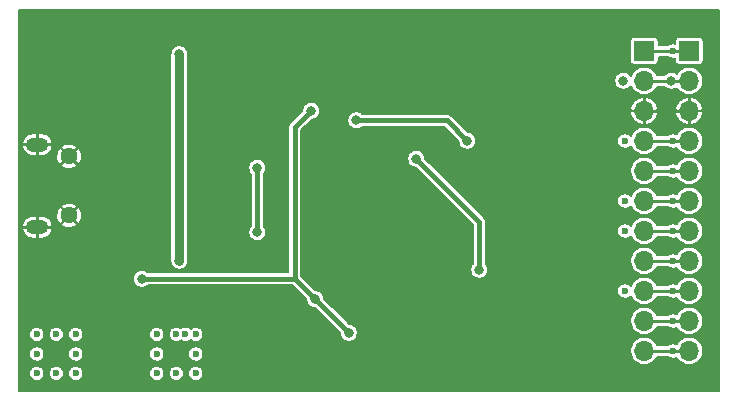
<source format=gbr>
G04 #@! TF.GenerationSoftware,KiCad,Pcbnew,(5.1.6)-1*
G04 #@! TF.CreationDate,2020-08-10T17:12:12+03:00*
G04 #@! TF.ProjectId,g850_kiss,67383530-5f6b-4697-9373-2e6b69636164,rev?*
G04 #@! TF.SameCoordinates,Original*
G04 #@! TF.FileFunction,Copper,L2,Bot*
G04 #@! TF.FilePolarity,Positive*
%FSLAX46Y46*%
G04 Gerber Fmt 4.6, Leading zero omitted, Abs format (unit mm)*
G04 Created by KiCad (PCBNEW (5.1.6)-1) date 2020-08-10 17:12:12*
%MOMM*%
%LPD*%
G01*
G04 APERTURE LIST*
G04 #@! TA.AperFunction,ComponentPad*
%ADD10O,1.700000X1.700000*%
G04 #@! TD*
G04 #@! TA.AperFunction,ComponentPad*
%ADD11R,1.700000X1.700000*%
G04 #@! TD*
G04 #@! TA.AperFunction,ComponentPad*
%ADD12C,1.450000*%
G04 #@! TD*
G04 #@! TA.AperFunction,ComponentPad*
%ADD13O,1.900000X1.200000*%
G04 #@! TD*
G04 #@! TA.AperFunction,ViaPad*
%ADD14C,0.600000*%
G04 #@! TD*
G04 #@! TA.AperFunction,ViaPad*
%ADD15C,0.800000*%
G04 #@! TD*
G04 #@! TA.AperFunction,Conductor*
%ADD16C,0.250000*%
G04 #@! TD*
G04 #@! TA.AperFunction,Conductor*
%ADD17C,0.800000*%
G04 #@! TD*
G04 #@! TA.AperFunction,Conductor*
%ADD18C,0.400000*%
G04 #@! TD*
G04 #@! TA.AperFunction,Conductor*
%ADD19C,0.200000*%
G04 #@! TD*
G04 APERTURE END LIST*
D10*
X158750000Y-91440000D03*
X158750000Y-88900000D03*
X158750000Y-86360000D03*
X158750000Y-83820000D03*
X158750000Y-81280000D03*
X158750000Y-78740000D03*
X158750000Y-76200000D03*
X158750000Y-73660000D03*
X158750000Y-71120000D03*
X158750000Y-68580000D03*
D11*
X158750000Y-66040000D03*
D10*
X162560000Y-91440000D03*
X162560000Y-88900000D03*
X162560000Y-86360000D03*
X162560000Y-83820000D03*
X162560000Y-81280000D03*
X162560000Y-78740000D03*
X162560000Y-76200000D03*
X162560000Y-73660000D03*
X162560000Y-71120000D03*
X162560000Y-68580000D03*
D11*
X162560000Y-66040000D03*
D12*
X110047500Y-74970000D03*
X110047500Y-79970000D03*
D13*
X107347500Y-73970000D03*
X107347500Y-80970000D03*
D14*
X112395000Y-93345000D03*
X114046000Y-93345000D03*
X115697000Y-93345000D03*
X115697000Y-91694000D03*
X115697000Y-90043000D03*
X114046000Y-90043000D03*
X112395000Y-90043000D03*
X112395000Y-91694000D03*
X161163000Y-71120000D03*
D15*
X136779000Y-75184000D03*
X136200000Y-78740000D03*
X134250000Y-78740000D03*
D14*
X130619500Y-77470000D03*
D15*
X108585000Y-63500000D03*
X110490000Y-63500000D03*
X106680000Y-63500000D03*
X106680000Y-65405000D03*
X106680000Y-67310000D03*
X106680000Y-69215000D03*
X106680000Y-71755000D03*
X112395000Y-63500000D03*
X114300000Y-63500000D03*
X116332000Y-63500000D03*
X118872000Y-63500000D03*
X112776000Y-71628000D03*
X113792000Y-74168000D03*
X116332000Y-72644000D03*
X117856000Y-71628000D03*
X121412000Y-74676000D03*
X124460000Y-72644000D03*
X127508000Y-71120000D03*
X127000000Y-67056000D03*
X132080000Y-67056000D03*
X137668000Y-67056000D03*
X142748000Y-67056000D03*
X139108180Y-64960500D03*
X124460000Y-63500000D03*
X132514340Y-63487300D03*
X145008600Y-63500000D03*
X155956000Y-63500000D03*
X164084000Y-63500000D03*
X161036000Y-63500000D03*
X106680000Y-83820000D03*
X109728000Y-83820000D03*
X112776000Y-81788000D03*
X114300000Y-79248000D03*
X121920000Y-79756000D03*
X127000000Y-79756000D03*
X130048000Y-81788000D03*
X125476000Y-87376000D03*
X106680000Y-87884000D03*
X106172000Y-94488000D03*
X121920000Y-94488000D03*
X124460000Y-94488000D03*
X127000000Y-94488000D03*
X129540000Y-94488000D03*
X132588000Y-94488000D03*
X135128000Y-94488000D03*
X138176000Y-94488000D03*
X141224000Y-94488000D03*
X144272000Y-94488000D03*
X147320000Y-94488000D03*
X150368000Y-94488000D03*
X152908000Y-94488000D03*
X155448000Y-94488000D03*
X157988000Y-94488000D03*
X161036000Y-94488000D03*
X164592000Y-94488000D03*
X162560000Y-93472000D03*
X159512000Y-93472000D03*
X154432000Y-92456000D03*
X151892000Y-92456000D03*
X149352000Y-92456000D03*
X146304000Y-92456000D03*
X141732000Y-70612000D03*
X146304000Y-70612000D03*
X152908000Y-66040000D03*
X153416000Y-71120000D03*
X153416000Y-76200000D03*
X153416000Y-80264000D03*
X153416000Y-83820000D03*
X153416000Y-88900000D03*
X143256000Y-89408000D03*
X140716000Y-83312000D03*
X123444000Y-90932000D03*
X128524000Y-90932000D03*
X131572000Y-90932000D03*
D14*
X117475000Y-90043000D03*
X119126000Y-90043000D03*
X120777000Y-90043000D03*
X120777000Y-91694000D03*
X120777000Y-93345000D03*
X119126000Y-93345000D03*
X117475000Y-93345000D03*
X117475000Y-91694000D03*
D15*
X119380000Y-66294000D03*
X119380000Y-83820000D03*
D14*
X119903000Y-90028000D03*
X107315000Y-93345000D03*
X110617000Y-93345000D03*
X108966000Y-93345000D03*
X107315000Y-91694000D03*
X110617000Y-91694000D03*
X110617000Y-90043000D03*
X107315000Y-90043000D03*
D15*
X125984000Y-81407000D03*
X125984000Y-75946000D03*
D14*
X108966000Y-90043000D03*
D15*
X116205000Y-85344000D03*
X133731000Y-89916000D03*
X130556000Y-71120000D03*
X130873500Y-87058500D03*
D14*
X161163000Y-91440000D03*
X161163000Y-88900000D03*
X161163000Y-86360000D03*
X157099000Y-86360000D03*
X161163000Y-83820000D03*
X161163000Y-81280000D03*
X157099000Y-81280000D03*
X161163000Y-78740000D03*
X157099000Y-78740000D03*
X161163000Y-76200000D03*
X157099000Y-73660000D03*
X161163000Y-73660000D03*
D15*
X156972000Y-68580000D03*
X161036000Y-68580000D03*
D14*
X161163000Y-66040000D03*
D15*
X139446000Y-75184000D03*
X144780000Y-84582000D03*
X134366000Y-71920000D03*
X143764000Y-73660000D03*
D16*
X158750000Y-71120000D02*
X162234990Y-71120000D01*
D17*
X119380000Y-66859685D02*
X119380000Y-83820000D01*
X119380000Y-66294000D02*
X119380000Y-66859685D01*
D18*
X125984000Y-81407000D02*
X125984000Y-75946000D01*
X129159000Y-72517000D02*
X130556000Y-71120000D01*
X129159000Y-85344000D02*
X129159000Y-72517000D01*
X129159000Y-85344000D02*
X130873500Y-87058500D01*
X116770685Y-85344000D02*
X129159000Y-85344000D01*
X116205000Y-85344000D02*
X116770685Y-85344000D01*
X130873500Y-87058500D02*
X133731000Y-89916000D01*
D16*
X158750000Y-91440000D02*
X162234990Y-91440000D01*
X158750000Y-88900000D02*
X162234990Y-88900000D01*
X158750000Y-86360000D02*
X162234990Y-86360000D01*
X158750000Y-83820000D02*
X162234990Y-83820000D01*
X158750000Y-81280000D02*
X162234990Y-81280000D01*
X158750000Y-78740000D02*
X162234990Y-78740000D01*
X158750000Y-76200000D02*
X162234990Y-76200000D01*
X158750000Y-73660000D02*
X162234990Y-73660000D01*
X158750000Y-68580000D02*
X162234990Y-68580000D01*
X158750000Y-66040000D02*
X162234990Y-66040000D01*
D18*
X139446000Y-75184000D02*
X144780000Y-80518000D01*
X144780000Y-80518000D02*
X144780000Y-84582000D01*
X134366000Y-71920000D02*
X142024000Y-71920000D01*
X142024000Y-71920000D02*
X143764000Y-73660000D01*
D19*
G36*
X165035000Y-94855000D02*
G01*
X105785000Y-94855000D01*
X105785000Y-93280981D01*
X106665000Y-93280981D01*
X106665000Y-93409019D01*
X106689979Y-93534598D01*
X106738978Y-93652890D01*
X106810112Y-93759351D01*
X106900649Y-93849888D01*
X107007110Y-93921022D01*
X107125402Y-93970021D01*
X107250981Y-93995000D01*
X107379019Y-93995000D01*
X107504598Y-93970021D01*
X107622890Y-93921022D01*
X107729351Y-93849888D01*
X107819888Y-93759351D01*
X107891022Y-93652890D01*
X107940021Y-93534598D01*
X107965000Y-93409019D01*
X107965000Y-93280981D01*
X108316000Y-93280981D01*
X108316000Y-93409019D01*
X108340979Y-93534598D01*
X108389978Y-93652890D01*
X108461112Y-93759351D01*
X108551649Y-93849888D01*
X108658110Y-93921022D01*
X108776402Y-93970021D01*
X108901981Y-93995000D01*
X109030019Y-93995000D01*
X109155598Y-93970021D01*
X109273890Y-93921022D01*
X109380351Y-93849888D01*
X109470888Y-93759351D01*
X109542022Y-93652890D01*
X109591021Y-93534598D01*
X109616000Y-93409019D01*
X109616000Y-93280981D01*
X109967000Y-93280981D01*
X109967000Y-93409019D01*
X109991979Y-93534598D01*
X110040978Y-93652890D01*
X110112112Y-93759351D01*
X110202649Y-93849888D01*
X110309110Y-93921022D01*
X110427402Y-93970021D01*
X110552981Y-93995000D01*
X110681019Y-93995000D01*
X110806598Y-93970021D01*
X110924890Y-93921022D01*
X111031351Y-93849888D01*
X111121888Y-93759351D01*
X111193022Y-93652890D01*
X111242021Y-93534598D01*
X111267000Y-93409019D01*
X111267000Y-93280981D01*
X116825000Y-93280981D01*
X116825000Y-93409019D01*
X116849979Y-93534598D01*
X116898978Y-93652890D01*
X116970112Y-93759351D01*
X117060649Y-93849888D01*
X117167110Y-93921022D01*
X117285402Y-93970021D01*
X117410981Y-93995000D01*
X117539019Y-93995000D01*
X117664598Y-93970021D01*
X117782890Y-93921022D01*
X117889351Y-93849888D01*
X117979888Y-93759351D01*
X118051022Y-93652890D01*
X118100021Y-93534598D01*
X118125000Y-93409019D01*
X118125000Y-93280981D01*
X118476000Y-93280981D01*
X118476000Y-93409019D01*
X118500979Y-93534598D01*
X118549978Y-93652890D01*
X118621112Y-93759351D01*
X118711649Y-93849888D01*
X118818110Y-93921022D01*
X118936402Y-93970021D01*
X119061981Y-93995000D01*
X119190019Y-93995000D01*
X119315598Y-93970021D01*
X119433890Y-93921022D01*
X119540351Y-93849888D01*
X119630888Y-93759351D01*
X119702022Y-93652890D01*
X119751021Y-93534598D01*
X119776000Y-93409019D01*
X119776000Y-93280981D01*
X120127000Y-93280981D01*
X120127000Y-93409019D01*
X120151979Y-93534598D01*
X120200978Y-93652890D01*
X120272112Y-93759351D01*
X120362649Y-93849888D01*
X120469110Y-93921022D01*
X120587402Y-93970021D01*
X120712981Y-93995000D01*
X120841019Y-93995000D01*
X120966598Y-93970021D01*
X121084890Y-93921022D01*
X121191351Y-93849888D01*
X121281888Y-93759351D01*
X121353022Y-93652890D01*
X121402021Y-93534598D01*
X121427000Y-93409019D01*
X121427000Y-93280981D01*
X121402021Y-93155402D01*
X121353022Y-93037110D01*
X121281888Y-92930649D01*
X121191351Y-92840112D01*
X121084890Y-92768978D01*
X120966598Y-92719979D01*
X120841019Y-92695000D01*
X120712981Y-92695000D01*
X120587402Y-92719979D01*
X120469110Y-92768978D01*
X120362649Y-92840112D01*
X120272112Y-92930649D01*
X120200978Y-93037110D01*
X120151979Y-93155402D01*
X120127000Y-93280981D01*
X119776000Y-93280981D01*
X119751021Y-93155402D01*
X119702022Y-93037110D01*
X119630888Y-92930649D01*
X119540351Y-92840112D01*
X119433890Y-92768978D01*
X119315598Y-92719979D01*
X119190019Y-92695000D01*
X119061981Y-92695000D01*
X118936402Y-92719979D01*
X118818110Y-92768978D01*
X118711649Y-92840112D01*
X118621112Y-92930649D01*
X118549978Y-93037110D01*
X118500979Y-93155402D01*
X118476000Y-93280981D01*
X118125000Y-93280981D01*
X118100021Y-93155402D01*
X118051022Y-93037110D01*
X117979888Y-92930649D01*
X117889351Y-92840112D01*
X117782890Y-92768978D01*
X117664598Y-92719979D01*
X117539019Y-92695000D01*
X117410981Y-92695000D01*
X117285402Y-92719979D01*
X117167110Y-92768978D01*
X117060649Y-92840112D01*
X116970112Y-92930649D01*
X116898978Y-93037110D01*
X116849979Y-93155402D01*
X116825000Y-93280981D01*
X111267000Y-93280981D01*
X111242021Y-93155402D01*
X111193022Y-93037110D01*
X111121888Y-92930649D01*
X111031351Y-92840112D01*
X110924890Y-92768978D01*
X110806598Y-92719979D01*
X110681019Y-92695000D01*
X110552981Y-92695000D01*
X110427402Y-92719979D01*
X110309110Y-92768978D01*
X110202649Y-92840112D01*
X110112112Y-92930649D01*
X110040978Y-93037110D01*
X109991979Y-93155402D01*
X109967000Y-93280981D01*
X109616000Y-93280981D01*
X109591021Y-93155402D01*
X109542022Y-93037110D01*
X109470888Y-92930649D01*
X109380351Y-92840112D01*
X109273890Y-92768978D01*
X109155598Y-92719979D01*
X109030019Y-92695000D01*
X108901981Y-92695000D01*
X108776402Y-92719979D01*
X108658110Y-92768978D01*
X108551649Y-92840112D01*
X108461112Y-92930649D01*
X108389978Y-93037110D01*
X108340979Y-93155402D01*
X108316000Y-93280981D01*
X107965000Y-93280981D01*
X107940021Y-93155402D01*
X107891022Y-93037110D01*
X107819888Y-92930649D01*
X107729351Y-92840112D01*
X107622890Y-92768978D01*
X107504598Y-92719979D01*
X107379019Y-92695000D01*
X107250981Y-92695000D01*
X107125402Y-92719979D01*
X107007110Y-92768978D01*
X106900649Y-92840112D01*
X106810112Y-92930649D01*
X106738978Y-93037110D01*
X106689979Y-93155402D01*
X106665000Y-93280981D01*
X105785000Y-93280981D01*
X105785000Y-91629981D01*
X106665000Y-91629981D01*
X106665000Y-91758019D01*
X106689979Y-91883598D01*
X106738978Y-92001890D01*
X106810112Y-92108351D01*
X106900649Y-92198888D01*
X107007110Y-92270022D01*
X107125402Y-92319021D01*
X107250981Y-92344000D01*
X107379019Y-92344000D01*
X107504598Y-92319021D01*
X107622890Y-92270022D01*
X107729351Y-92198888D01*
X107819888Y-92108351D01*
X107891022Y-92001890D01*
X107940021Y-91883598D01*
X107965000Y-91758019D01*
X107965000Y-91629981D01*
X109967000Y-91629981D01*
X109967000Y-91758019D01*
X109991979Y-91883598D01*
X110040978Y-92001890D01*
X110112112Y-92108351D01*
X110202649Y-92198888D01*
X110309110Y-92270022D01*
X110427402Y-92319021D01*
X110552981Y-92344000D01*
X110681019Y-92344000D01*
X110806598Y-92319021D01*
X110924890Y-92270022D01*
X111031351Y-92198888D01*
X111121888Y-92108351D01*
X111193022Y-92001890D01*
X111242021Y-91883598D01*
X111267000Y-91758019D01*
X111267000Y-91629981D01*
X116825000Y-91629981D01*
X116825000Y-91758019D01*
X116849979Y-91883598D01*
X116898978Y-92001890D01*
X116970112Y-92108351D01*
X117060649Y-92198888D01*
X117167110Y-92270022D01*
X117285402Y-92319021D01*
X117410981Y-92344000D01*
X117539019Y-92344000D01*
X117664598Y-92319021D01*
X117782890Y-92270022D01*
X117889351Y-92198888D01*
X117979888Y-92108351D01*
X118051022Y-92001890D01*
X118100021Y-91883598D01*
X118125000Y-91758019D01*
X118125000Y-91629981D01*
X120127000Y-91629981D01*
X120127000Y-91758019D01*
X120151979Y-91883598D01*
X120200978Y-92001890D01*
X120272112Y-92108351D01*
X120362649Y-92198888D01*
X120469110Y-92270022D01*
X120587402Y-92319021D01*
X120712981Y-92344000D01*
X120841019Y-92344000D01*
X120966598Y-92319021D01*
X121084890Y-92270022D01*
X121191351Y-92198888D01*
X121281888Y-92108351D01*
X121353022Y-92001890D01*
X121402021Y-91883598D01*
X121427000Y-91758019D01*
X121427000Y-91629981D01*
X121402021Y-91504402D01*
X121353022Y-91386110D01*
X121310059Y-91321810D01*
X157550000Y-91321810D01*
X157550000Y-91558190D01*
X157596116Y-91790027D01*
X157686574Y-92008413D01*
X157817899Y-92204955D01*
X157985045Y-92372101D01*
X158181587Y-92503426D01*
X158399973Y-92593884D01*
X158631810Y-92640000D01*
X158868190Y-92640000D01*
X159100027Y-92593884D01*
X159318413Y-92503426D01*
X159514955Y-92372101D01*
X159682101Y-92204955D01*
X159813426Y-92008413D01*
X159852119Y-91915000D01*
X160718761Y-91915000D01*
X160748649Y-91944888D01*
X160855110Y-92016022D01*
X160973402Y-92065021D01*
X161098981Y-92090000D01*
X161227019Y-92090000D01*
X161352598Y-92065021D01*
X161470890Y-92016022D01*
X161493475Y-92000931D01*
X161496574Y-92008413D01*
X161627899Y-92204955D01*
X161795045Y-92372101D01*
X161991587Y-92503426D01*
X162209973Y-92593884D01*
X162441810Y-92640000D01*
X162678190Y-92640000D01*
X162910027Y-92593884D01*
X163128413Y-92503426D01*
X163324955Y-92372101D01*
X163492101Y-92204955D01*
X163623426Y-92008413D01*
X163713884Y-91790027D01*
X163760000Y-91558190D01*
X163760000Y-91321810D01*
X163713884Y-91089973D01*
X163623426Y-90871587D01*
X163492101Y-90675045D01*
X163324955Y-90507899D01*
X163128413Y-90376574D01*
X162910027Y-90286116D01*
X162678190Y-90240000D01*
X162441810Y-90240000D01*
X162209973Y-90286116D01*
X161991587Y-90376574D01*
X161795045Y-90507899D01*
X161627899Y-90675045D01*
X161496574Y-90871587D01*
X161493475Y-90879069D01*
X161470890Y-90863978D01*
X161352598Y-90814979D01*
X161227019Y-90790000D01*
X161098981Y-90790000D01*
X160973402Y-90814979D01*
X160855110Y-90863978D01*
X160748649Y-90935112D01*
X160718761Y-90965000D01*
X159852119Y-90965000D01*
X159813426Y-90871587D01*
X159682101Y-90675045D01*
X159514955Y-90507899D01*
X159318413Y-90376574D01*
X159100027Y-90286116D01*
X158868190Y-90240000D01*
X158631810Y-90240000D01*
X158399973Y-90286116D01*
X158181587Y-90376574D01*
X157985045Y-90507899D01*
X157817899Y-90675045D01*
X157686574Y-90871587D01*
X157596116Y-91089973D01*
X157550000Y-91321810D01*
X121310059Y-91321810D01*
X121281888Y-91279649D01*
X121191351Y-91189112D01*
X121084890Y-91117978D01*
X120966598Y-91068979D01*
X120841019Y-91044000D01*
X120712981Y-91044000D01*
X120587402Y-91068979D01*
X120469110Y-91117978D01*
X120362649Y-91189112D01*
X120272112Y-91279649D01*
X120200978Y-91386110D01*
X120151979Y-91504402D01*
X120127000Y-91629981D01*
X118125000Y-91629981D01*
X118100021Y-91504402D01*
X118051022Y-91386110D01*
X117979888Y-91279649D01*
X117889351Y-91189112D01*
X117782890Y-91117978D01*
X117664598Y-91068979D01*
X117539019Y-91044000D01*
X117410981Y-91044000D01*
X117285402Y-91068979D01*
X117167110Y-91117978D01*
X117060649Y-91189112D01*
X116970112Y-91279649D01*
X116898978Y-91386110D01*
X116849979Y-91504402D01*
X116825000Y-91629981D01*
X111267000Y-91629981D01*
X111242021Y-91504402D01*
X111193022Y-91386110D01*
X111121888Y-91279649D01*
X111031351Y-91189112D01*
X110924890Y-91117978D01*
X110806598Y-91068979D01*
X110681019Y-91044000D01*
X110552981Y-91044000D01*
X110427402Y-91068979D01*
X110309110Y-91117978D01*
X110202649Y-91189112D01*
X110112112Y-91279649D01*
X110040978Y-91386110D01*
X109991979Y-91504402D01*
X109967000Y-91629981D01*
X107965000Y-91629981D01*
X107940021Y-91504402D01*
X107891022Y-91386110D01*
X107819888Y-91279649D01*
X107729351Y-91189112D01*
X107622890Y-91117978D01*
X107504598Y-91068979D01*
X107379019Y-91044000D01*
X107250981Y-91044000D01*
X107125402Y-91068979D01*
X107007110Y-91117978D01*
X106900649Y-91189112D01*
X106810112Y-91279649D01*
X106738978Y-91386110D01*
X106689979Y-91504402D01*
X106665000Y-91629981D01*
X105785000Y-91629981D01*
X105785000Y-89978981D01*
X106665000Y-89978981D01*
X106665000Y-90107019D01*
X106689979Y-90232598D01*
X106738978Y-90350890D01*
X106810112Y-90457351D01*
X106900649Y-90547888D01*
X107007110Y-90619022D01*
X107125402Y-90668021D01*
X107250981Y-90693000D01*
X107379019Y-90693000D01*
X107504598Y-90668021D01*
X107622890Y-90619022D01*
X107729351Y-90547888D01*
X107819888Y-90457351D01*
X107891022Y-90350890D01*
X107940021Y-90232598D01*
X107965000Y-90107019D01*
X107965000Y-89978981D01*
X108316000Y-89978981D01*
X108316000Y-90107019D01*
X108340979Y-90232598D01*
X108389978Y-90350890D01*
X108461112Y-90457351D01*
X108551649Y-90547888D01*
X108658110Y-90619022D01*
X108776402Y-90668021D01*
X108901981Y-90693000D01*
X109030019Y-90693000D01*
X109155598Y-90668021D01*
X109273890Y-90619022D01*
X109380351Y-90547888D01*
X109470888Y-90457351D01*
X109542022Y-90350890D01*
X109591021Y-90232598D01*
X109616000Y-90107019D01*
X109616000Y-89978981D01*
X109967000Y-89978981D01*
X109967000Y-90107019D01*
X109991979Y-90232598D01*
X110040978Y-90350890D01*
X110112112Y-90457351D01*
X110202649Y-90547888D01*
X110309110Y-90619022D01*
X110427402Y-90668021D01*
X110552981Y-90693000D01*
X110681019Y-90693000D01*
X110806598Y-90668021D01*
X110924890Y-90619022D01*
X111031351Y-90547888D01*
X111121888Y-90457351D01*
X111193022Y-90350890D01*
X111242021Y-90232598D01*
X111267000Y-90107019D01*
X111267000Y-89978981D01*
X116825000Y-89978981D01*
X116825000Y-90107019D01*
X116849979Y-90232598D01*
X116898978Y-90350890D01*
X116970112Y-90457351D01*
X117060649Y-90547888D01*
X117167110Y-90619022D01*
X117285402Y-90668021D01*
X117410981Y-90693000D01*
X117539019Y-90693000D01*
X117664598Y-90668021D01*
X117782890Y-90619022D01*
X117889351Y-90547888D01*
X117979888Y-90457351D01*
X118051022Y-90350890D01*
X118100021Y-90232598D01*
X118125000Y-90107019D01*
X118125000Y-89978981D01*
X118476000Y-89978981D01*
X118476000Y-90107019D01*
X118500979Y-90232598D01*
X118549978Y-90350890D01*
X118621112Y-90457351D01*
X118711649Y-90547888D01*
X118818110Y-90619022D01*
X118936402Y-90668021D01*
X119061981Y-90693000D01*
X119190019Y-90693000D01*
X119315598Y-90668021D01*
X119433890Y-90619022D01*
X119525725Y-90557661D01*
X119595110Y-90604022D01*
X119713402Y-90653021D01*
X119838981Y-90678000D01*
X119967019Y-90678000D01*
X120092598Y-90653021D01*
X120210890Y-90604022D01*
X120317351Y-90532888D01*
X120332500Y-90517739D01*
X120362649Y-90547888D01*
X120469110Y-90619022D01*
X120587402Y-90668021D01*
X120712981Y-90693000D01*
X120841019Y-90693000D01*
X120966598Y-90668021D01*
X121084890Y-90619022D01*
X121191351Y-90547888D01*
X121281888Y-90457351D01*
X121353022Y-90350890D01*
X121402021Y-90232598D01*
X121427000Y-90107019D01*
X121427000Y-89978981D01*
X121402021Y-89853402D01*
X121353022Y-89735110D01*
X121281888Y-89628649D01*
X121191351Y-89538112D01*
X121084890Y-89466978D01*
X120966598Y-89417979D01*
X120841019Y-89393000D01*
X120712981Y-89393000D01*
X120587402Y-89417979D01*
X120469110Y-89466978D01*
X120362649Y-89538112D01*
X120347500Y-89553261D01*
X120317351Y-89523112D01*
X120210890Y-89451978D01*
X120092598Y-89402979D01*
X119967019Y-89378000D01*
X119838981Y-89378000D01*
X119713402Y-89402979D01*
X119595110Y-89451978D01*
X119503275Y-89513339D01*
X119433890Y-89466978D01*
X119315598Y-89417979D01*
X119190019Y-89393000D01*
X119061981Y-89393000D01*
X118936402Y-89417979D01*
X118818110Y-89466978D01*
X118711649Y-89538112D01*
X118621112Y-89628649D01*
X118549978Y-89735110D01*
X118500979Y-89853402D01*
X118476000Y-89978981D01*
X118125000Y-89978981D01*
X118100021Y-89853402D01*
X118051022Y-89735110D01*
X117979888Y-89628649D01*
X117889351Y-89538112D01*
X117782890Y-89466978D01*
X117664598Y-89417979D01*
X117539019Y-89393000D01*
X117410981Y-89393000D01*
X117285402Y-89417979D01*
X117167110Y-89466978D01*
X117060649Y-89538112D01*
X116970112Y-89628649D01*
X116898978Y-89735110D01*
X116849979Y-89853402D01*
X116825000Y-89978981D01*
X111267000Y-89978981D01*
X111242021Y-89853402D01*
X111193022Y-89735110D01*
X111121888Y-89628649D01*
X111031351Y-89538112D01*
X110924890Y-89466978D01*
X110806598Y-89417979D01*
X110681019Y-89393000D01*
X110552981Y-89393000D01*
X110427402Y-89417979D01*
X110309110Y-89466978D01*
X110202649Y-89538112D01*
X110112112Y-89628649D01*
X110040978Y-89735110D01*
X109991979Y-89853402D01*
X109967000Y-89978981D01*
X109616000Y-89978981D01*
X109591021Y-89853402D01*
X109542022Y-89735110D01*
X109470888Y-89628649D01*
X109380351Y-89538112D01*
X109273890Y-89466978D01*
X109155598Y-89417979D01*
X109030019Y-89393000D01*
X108901981Y-89393000D01*
X108776402Y-89417979D01*
X108658110Y-89466978D01*
X108551649Y-89538112D01*
X108461112Y-89628649D01*
X108389978Y-89735110D01*
X108340979Y-89853402D01*
X108316000Y-89978981D01*
X107965000Y-89978981D01*
X107940021Y-89853402D01*
X107891022Y-89735110D01*
X107819888Y-89628649D01*
X107729351Y-89538112D01*
X107622890Y-89466978D01*
X107504598Y-89417979D01*
X107379019Y-89393000D01*
X107250981Y-89393000D01*
X107125402Y-89417979D01*
X107007110Y-89466978D01*
X106900649Y-89538112D01*
X106810112Y-89628649D01*
X106738978Y-89735110D01*
X106689979Y-89853402D01*
X106665000Y-89978981D01*
X105785000Y-89978981D01*
X105785000Y-85270131D01*
X115455000Y-85270131D01*
X115455000Y-85417869D01*
X115483822Y-85562767D01*
X115540359Y-85699258D01*
X115622437Y-85822097D01*
X115726903Y-85926563D01*
X115849742Y-86008641D01*
X115986233Y-86065178D01*
X116131131Y-86094000D01*
X116278869Y-86094000D01*
X116423767Y-86065178D01*
X116560258Y-86008641D01*
X116683097Y-85926563D01*
X116715660Y-85894000D01*
X128931183Y-85894000D01*
X130123500Y-87086318D01*
X130123500Y-87132369D01*
X130152322Y-87277267D01*
X130208859Y-87413758D01*
X130290937Y-87536597D01*
X130395403Y-87641063D01*
X130518242Y-87723141D01*
X130654733Y-87779678D01*
X130799631Y-87808500D01*
X130845683Y-87808500D01*
X132981000Y-89943818D01*
X132981000Y-89989869D01*
X133009822Y-90134767D01*
X133066359Y-90271258D01*
X133148437Y-90394097D01*
X133252903Y-90498563D01*
X133375742Y-90580641D01*
X133512233Y-90637178D01*
X133657131Y-90666000D01*
X133804869Y-90666000D01*
X133949767Y-90637178D01*
X134086258Y-90580641D01*
X134209097Y-90498563D01*
X134313563Y-90394097D01*
X134395641Y-90271258D01*
X134452178Y-90134767D01*
X134481000Y-89989869D01*
X134481000Y-89842131D01*
X134452178Y-89697233D01*
X134395641Y-89560742D01*
X134313563Y-89437903D01*
X134209097Y-89333437D01*
X134086258Y-89251359D01*
X133949767Y-89194822D01*
X133804869Y-89166000D01*
X133758818Y-89166000D01*
X133374628Y-88781810D01*
X157550000Y-88781810D01*
X157550000Y-89018190D01*
X157596116Y-89250027D01*
X157686574Y-89468413D01*
X157817899Y-89664955D01*
X157985045Y-89832101D01*
X158181587Y-89963426D01*
X158399973Y-90053884D01*
X158631810Y-90100000D01*
X158868190Y-90100000D01*
X159100027Y-90053884D01*
X159318413Y-89963426D01*
X159514955Y-89832101D01*
X159682101Y-89664955D01*
X159813426Y-89468413D01*
X159852119Y-89375000D01*
X160718761Y-89375000D01*
X160748649Y-89404888D01*
X160855110Y-89476022D01*
X160973402Y-89525021D01*
X161098981Y-89550000D01*
X161227019Y-89550000D01*
X161352598Y-89525021D01*
X161470890Y-89476022D01*
X161493475Y-89460931D01*
X161496574Y-89468413D01*
X161627899Y-89664955D01*
X161795045Y-89832101D01*
X161991587Y-89963426D01*
X162209973Y-90053884D01*
X162441810Y-90100000D01*
X162678190Y-90100000D01*
X162910027Y-90053884D01*
X163128413Y-89963426D01*
X163324955Y-89832101D01*
X163492101Y-89664955D01*
X163623426Y-89468413D01*
X163713884Y-89250027D01*
X163760000Y-89018190D01*
X163760000Y-88781810D01*
X163713884Y-88549973D01*
X163623426Y-88331587D01*
X163492101Y-88135045D01*
X163324955Y-87967899D01*
X163128413Y-87836574D01*
X162910027Y-87746116D01*
X162678190Y-87700000D01*
X162441810Y-87700000D01*
X162209973Y-87746116D01*
X161991587Y-87836574D01*
X161795045Y-87967899D01*
X161627899Y-88135045D01*
X161496574Y-88331587D01*
X161493475Y-88339069D01*
X161470890Y-88323978D01*
X161352598Y-88274979D01*
X161227019Y-88250000D01*
X161098981Y-88250000D01*
X160973402Y-88274979D01*
X160855110Y-88323978D01*
X160748649Y-88395112D01*
X160718761Y-88425000D01*
X159852119Y-88425000D01*
X159813426Y-88331587D01*
X159682101Y-88135045D01*
X159514955Y-87967899D01*
X159318413Y-87836574D01*
X159100027Y-87746116D01*
X158868190Y-87700000D01*
X158631810Y-87700000D01*
X158399973Y-87746116D01*
X158181587Y-87836574D01*
X157985045Y-87967899D01*
X157817899Y-88135045D01*
X157686574Y-88331587D01*
X157596116Y-88549973D01*
X157550000Y-88781810D01*
X133374628Y-88781810D01*
X131623500Y-87030683D01*
X131623500Y-86984631D01*
X131594678Y-86839733D01*
X131538141Y-86703242D01*
X131456063Y-86580403D01*
X131351597Y-86475937D01*
X131228758Y-86393859D01*
X131092267Y-86337322D01*
X130947369Y-86308500D01*
X130901318Y-86308500D01*
X130888799Y-86295981D01*
X156449000Y-86295981D01*
X156449000Y-86424019D01*
X156473979Y-86549598D01*
X156522978Y-86667890D01*
X156594112Y-86774351D01*
X156684649Y-86864888D01*
X156791110Y-86936022D01*
X156909402Y-86985021D01*
X157034981Y-87010000D01*
X157163019Y-87010000D01*
X157288598Y-86985021D01*
X157406890Y-86936022D01*
X157513351Y-86864888D01*
X157603888Y-86774351D01*
X157615538Y-86756916D01*
X157686574Y-86928413D01*
X157817899Y-87124955D01*
X157985045Y-87292101D01*
X158181587Y-87423426D01*
X158399973Y-87513884D01*
X158631810Y-87560000D01*
X158868190Y-87560000D01*
X159100027Y-87513884D01*
X159318413Y-87423426D01*
X159514955Y-87292101D01*
X159682101Y-87124955D01*
X159813426Y-86928413D01*
X159852119Y-86835000D01*
X160718761Y-86835000D01*
X160748649Y-86864888D01*
X160855110Y-86936022D01*
X160973402Y-86985021D01*
X161098981Y-87010000D01*
X161227019Y-87010000D01*
X161352598Y-86985021D01*
X161470890Y-86936022D01*
X161493475Y-86920931D01*
X161496574Y-86928413D01*
X161627899Y-87124955D01*
X161795045Y-87292101D01*
X161991587Y-87423426D01*
X162209973Y-87513884D01*
X162441810Y-87560000D01*
X162678190Y-87560000D01*
X162910027Y-87513884D01*
X163128413Y-87423426D01*
X163324955Y-87292101D01*
X163492101Y-87124955D01*
X163623426Y-86928413D01*
X163713884Y-86710027D01*
X163760000Y-86478190D01*
X163760000Y-86241810D01*
X163713884Y-86009973D01*
X163623426Y-85791587D01*
X163492101Y-85595045D01*
X163324955Y-85427899D01*
X163128413Y-85296574D01*
X162910027Y-85206116D01*
X162678190Y-85160000D01*
X162441810Y-85160000D01*
X162209973Y-85206116D01*
X161991587Y-85296574D01*
X161795045Y-85427899D01*
X161627899Y-85595045D01*
X161496574Y-85791587D01*
X161493475Y-85799069D01*
X161470890Y-85783978D01*
X161352598Y-85734979D01*
X161227019Y-85710000D01*
X161098981Y-85710000D01*
X160973402Y-85734979D01*
X160855110Y-85783978D01*
X160748649Y-85855112D01*
X160718761Y-85885000D01*
X159852119Y-85885000D01*
X159813426Y-85791587D01*
X159682101Y-85595045D01*
X159514955Y-85427899D01*
X159318413Y-85296574D01*
X159100027Y-85206116D01*
X158868190Y-85160000D01*
X158631810Y-85160000D01*
X158399973Y-85206116D01*
X158181587Y-85296574D01*
X157985045Y-85427899D01*
X157817899Y-85595045D01*
X157686574Y-85791587D01*
X157615538Y-85963084D01*
X157603888Y-85945649D01*
X157513351Y-85855112D01*
X157406890Y-85783978D01*
X157288598Y-85734979D01*
X157163019Y-85710000D01*
X157034981Y-85710000D01*
X156909402Y-85734979D01*
X156791110Y-85783978D01*
X156684649Y-85855112D01*
X156594112Y-85945649D01*
X156522978Y-86052110D01*
X156473979Y-86170402D01*
X156449000Y-86295981D01*
X130888799Y-86295981D01*
X129709000Y-85116183D01*
X129709000Y-75110131D01*
X138696000Y-75110131D01*
X138696000Y-75257869D01*
X138724822Y-75402767D01*
X138781359Y-75539258D01*
X138863437Y-75662097D01*
X138967903Y-75766563D01*
X139090742Y-75848641D01*
X139227233Y-75905178D01*
X139372131Y-75934000D01*
X139418183Y-75934000D01*
X144230000Y-80745818D01*
X144230001Y-84071339D01*
X144197437Y-84103903D01*
X144115359Y-84226742D01*
X144058822Y-84363233D01*
X144030000Y-84508131D01*
X144030000Y-84655869D01*
X144058822Y-84800767D01*
X144115359Y-84937258D01*
X144197437Y-85060097D01*
X144301903Y-85164563D01*
X144424742Y-85246641D01*
X144561233Y-85303178D01*
X144706131Y-85332000D01*
X144853869Y-85332000D01*
X144998767Y-85303178D01*
X145135258Y-85246641D01*
X145258097Y-85164563D01*
X145362563Y-85060097D01*
X145444641Y-84937258D01*
X145501178Y-84800767D01*
X145530000Y-84655869D01*
X145530000Y-84508131D01*
X145501178Y-84363233D01*
X145444641Y-84226742D01*
X145362563Y-84103903D01*
X145330000Y-84071340D01*
X145330000Y-83701810D01*
X157550000Y-83701810D01*
X157550000Y-83938190D01*
X157596116Y-84170027D01*
X157686574Y-84388413D01*
X157817899Y-84584955D01*
X157985045Y-84752101D01*
X158181587Y-84883426D01*
X158399973Y-84973884D01*
X158631810Y-85020000D01*
X158868190Y-85020000D01*
X159100027Y-84973884D01*
X159318413Y-84883426D01*
X159514955Y-84752101D01*
X159682101Y-84584955D01*
X159813426Y-84388413D01*
X159852119Y-84295000D01*
X160718761Y-84295000D01*
X160748649Y-84324888D01*
X160855110Y-84396022D01*
X160973402Y-84445021D01*
X161098981Y-84470000D01*
X161227019Y-84470000D01*
X161352598Y-84445021D01*
X161470890Y-84396022D01*
X161493475Y-84380931D01*
X161496574Y-84388413D01*
X161627899Y-84584955D01*
X161795045Y-84752101D01*
X161991587Y-84883426D01*
X162209973Y-84973884D01*
X162441810Y-85020000D01*
X162678190Y-85020000D01*
X162910027Y-84973884D01*
X163128413Y-84883426D01*
X163324955Y-84752101D01*
X163492101Y-84584955D01*
X163623426Y-84388413D01*
X163713884Y-84170027D01*
X163760000Y-83938190D01*
X163760000Y-83701810D01*
X163713884Y-83469973D01*
X163623426Y-83251587D01*
X163492101Y-83055045D01*
X163324955Y-82887899D01*
X163128413Y-82756574D01*
X162910027Y-82666116D01*
X162678190Y-82620000D01*
X162441810Y-82620000D01*
X162209973Y-82666116D01*
X161991587Y-82756574D01*
X161795045Y-82887899D01*
X161627899Y-83055045D01*
X161496574Y-83251587D01*
X161493475Y-83259069D01*
X161470890Y-83243978D01*
X161352598Y-83194979D01*
X161227019Y-83170000D01*
X161098981Y-83170000D01*
X160973402Y-83194979D01*
X160855110Y-83243978D01*
X160748649Y-83315112D01*
X160718761Y-83345000D01*
X159852119Y-83345000D01*
X159813426Y-83251587D01*
X159682101Y-83055045D01*
X159514955Y-82887899D01*
X159318413Y-82756574D01*
X159100027Y-82666116D01*
X158868190Y-82620000D01*
X158631810Y-82620000D01*
X158399973Y-82666116D01*
X158181587Y-82756574D01*
X157985045Y-82887899D01*
X157817899Y-83055045D01*
X157686574Y-83251587D01*
X157596116Y-83469973D01*
X157550000Y-83701810D01*
X145330000Y-83701810D01*
X145330000Y-81215981D01*
X156449000Y-81215981D01*
X156449000Y-81344019D01*
X156473979Y-81469598D01*
X156522978Y-81587890D01*
X156594112Y-81694351D01*
X156684649Y-81784888D01*
X156791110Y-81856022D01*
X156909402Y-81905021D01*
X157034981Y-81930000D01*
X157163019Y-81930000D01*
X157288598Y-81905021D01*
X157406890Y-81856022D01*
X157513351Y-81784888D01*
X157603888Y-81694351D01*
X157615538Y-81676916D01*
X157686574Y-81848413D01*
X157817899Y-82044955D01*
X157985045Y-82212101D01*
X158181587Y-82343426D01*
X158399973Y-82433884D01*
X158631810Y-82480000D01*
X158868190Y-82480000D01*
X159100027Y-82433884D01*
X159318413Y-82343426D01*
X159514955Y-82212101D01*
X159682101Y-82044955D01*
X159813426Y-81848413D01*
X159852119Y-81755000D01*
X160718761Y-81755000D01*
X160748649Y-81784888D01*
X160855110Y-81856022D01*
X160973402Y-81905021D01*
X161098981Y-81930000D01*
X161227019Y-81930000D01*
X161352598Y-81905021D01*
X161470890Y-81856022D01*
X161493475Y-81840931D01*
X161496574Y-81848413D01*
X161627899Y-82044955D01*
X161795045Y-82212101D01*
X161991587Y-82343426D01*
X162209973Y-82433884D01*
X162441810Y-82480000D01*
X162678190Y-82480000D01*
X162910027Y-82433884D01*
X163128413Y-82343426D01*
X163324955Y-82212101D01*
X163492101Y-82044955D01*
X163623426Y-81848413D01*
X163713884Y-81630027D01*
X163760000Y-81398190D01*
X163760000Y-81161810D01*
X163713884Y-80929973D01*
X163623426Y-80711587D01*
X163492101Y-80515045D01*
X163324955Y-80347899D01*
X163128413Y-80216574D01*
X162910027Y-80126116D01*
X162678190Y-80080000D01*
X162441810Y-80080000D01*
X162209973Y-80126116D01*
X161991587Y-80216574D01*
X161795045Y-80347899D01*
X161627899Y-80515045D01*
X161496574Y-80711587D01*
X161493475Y-80719069D01*
X161470890Y-80703978D01*
X161352598Y-80654979D01*
X161227019Y-80630000D01*
X161098981Y-80630000D01*
X160973402Y-80654979D01*
X160855110Y-80703978D01*
X160748649Y-80775112D01*
X160718761Y-80805000D01*
X159852119Y-80805000D01*
X159813426Y-80711587D01*
X159682101Y-80515045D01*
X159514955Y-80347899D01*
X159318413Y-80216574D01*
X159100027Y-80126116D01*
X158868190Y-80080000D01*
X158631810Y-80080000D01*
X158399973Y-80126116D01*
X158181587Y-80216574D01*
X157985045Y-80347899D01*
X157817899Y-80515045D01*
X157686574Y-80711587D01*
X157615538Y-80883084D01*
X157603888Y-80865649D01*
X157513351Y-80775112D01*
X157406890Y-80703978D01*
X157288598Y-80654979D01*
X157163019Y-80630000D01*
X157034981Y-80630000D01*
X156909402Y-80654979D01*
X156791110Y-80703978D01*
X156684649Y-80775112D01*
X156594112Y-80865649D01*
X156522978Y-80972110D01*
X156473979Y-81090402D01*
X156449000Y-81215981D01*
X145330000Y-81215981D01*
X145330000Y-80545007D01*
X145332660Y-80517999D01*
X145330000Y-80490991D01*
X145330000Y-80490982D01*
X145322042Y-80410181D01*
X145290592Y-80306506D01*
X145242523Y-80216574D01*
X145239521Y-80210957D01*
X145188013Y-80148195D01*
X145188008Y-80148190D01*
X145170790Y-80127210D01*
X145149810Y-80109992D01*
X143715799Y-78675981D01*
X156449000Y-78675981D01*
X156449000Y-78804019D01*
X156473979Y-78929598D01*
X156522978Y-79047890D01*
X156594112Y-79154351D01*
X156684649Y-79244888D01*
X156791110Y-79316022D01*
X156909402Y-79365021D01*
X157034981Y-79390000D01*
X157163019Y-79390000D01*
X157288598Y-79365021D01*
X157406890Y-79316022D01*
X157513351Y-79244888D01*
X157603888Y-79154351D01*
X157615538Y-79136916D01*
X157686574Y-79308413D01*
X157817899Y-79504955D01*
X157985045Y-79672101D01*
X158181587Y-79803426D01*
X158399973Y-79893884D01*
X158631810Y-79940000D01*
X158868190Y-79940000D01*
X159100027Y-79893884D01*
X159318413Y-79803426D01*
X159514955Y-79672101D01*
X159682101Y-79504955D01*
X159813426Y-79308413D01*
X159852119Y-79215000D01*
X160718761Y-79215000D01*
X160748649Y-79244888D01*
X160855110Y-79316022D01*
X160973402Y-79365021D01*
X161098981Y-79390000D01*
X161227019Y-79390000D01*
X161352598Y-79365021D01*
X161470890Y-79316022D01*
X161493475Y-79300931D01*
X161496574Y-79308413D01*
X161627899Y-79504955D01*
X161795045Y-79672101D01*
X161991587Y-79803426D01*
X162209973Y-79893884D01*
X162441810Y-79940000D01*
X162678190Y-79940000D01*
X162910027Y-79893884D01*
X163128413Y-79803426D01*
X163324955Y-79672101D01*
X163492101Y-79504955D01*
X163623426Y-79308413D01*
X163713884Y-79090027D01*
X163760000Y-78858190D01*
X163760000Y-78621810D01*
X163713884Y-78389973D01*
X163623426Y-78171587D01*
X163492101Y-77975045D01*
X163324955Y-77807899D01*
X163128413Y-77676574D01*
X162910027Y-77586116D01*
X162678190Y-77540000D01*
X162441810Y-77540000D01*
X162209973Y-77586116D01*
X161991587Y-77676574D01*
X161795045Y-77807899D01*
X161627899Y-77975045D01*
X161496574Y-78171587D01*
X161493475Y-78179069D01*
X161470890Y-78163978D01*
X161352598Y-78114979D01*
X161227019Y-78090000D01*
X161098981Y-78090000D01*
X160973402Y-78114979D01*
X160855110Y-78163978D01*
X160748649Y-78235112D01*
X160718761Y-78265000D01*
X159852119Y-78265000D01*
X159813426Y-78171587D01*
X159682101Y-77975045D01*
X159514955Y-77807899D01*
X159318413Y-77676574D01*
X159100027Y-77586116D01*
X158868190Y-77540000D01*
X158631810Y-77540000D01*
X158399973Y-77586116D01*
X158181587Y-77676574D01*
X157985045Y-77807899D01*
X157817899Y-77975045D01*
X157686574Y-78171587D01*
X157615538Y-78343084D01*
X157603888Y-78325649D01*
X157513351Y-78235112D01*
X157406890Y-78163978D01*
X157288598Y-78114979D01*
X157163019Y-78090000D01*
X157034981Y-78090000D01*
X156909402Y-78114979D01*
X156791110Y-78163978D01*
X156684649Y-78235112D01*
X156594112Y-78325649D01*
X156522978Y-78432110D01*
X156473979Y-78550402D01*
X156449000Y-78675981D01*
X143715799Y-78675981D01*
X141121628Y-76081810D01*
X157550000Y-76081810D01*
X157550000Y-76318190D01*
X157596116Y-76550027D01*
X157686574Y-76768413D01*
X157817899Y-76964955D01*
X157985045Y-77132101D01*
X158181587Y-77263426D01*
X158399973Y-77353884D01*
X158631810Y-77400000D01*
X158868190Y-77400000D01*
X159100027Y-77353884D01*
X159318413Y-77263426D01*
X159514955Y-77132101D01*
X159682101Y-76964955D01*
X159813426Y-76768413D01*
X159852119Y-76675000D01*
X160718761Y-76675000D01*
X160748649Y-76704888D01*
X160855110Y-76776022D01*
X160973402Y-76825021D01*
X161098981Y-76850000D01*
X161227019Y-76850000D01*
X161352598Y-76825021D01*
X161470890Y-76776022D01*
X161493475Y-76760931D01*
X161496574Y-76768413D01*
X161627899Y-76964955D01*
X161795045Y-77132101D01*
X161991587Y-77263426D01*
X162209973Y-77353884D01*
X162441810Y-77400000D01*
X162678190Y-77400000D01*
X162910027Y-77353884D01*
X163128413Y-77263426D01*
X163324955Y-77132101D01*
X163492101Y-76964955D01*
X163623426Y-76768413D01*
X163713884Y-76550027D01*
X163760000Y-76318190D01*
X163760000Y-76081810D01*
X163713884Y-75849973D01*
X163623426Y-75631587D01*
X163492101Y-75435045D01*
X163324955Y-75267899D01*
X163128413Y-75136574D01*
X162910027Y-75046116D01*
X162678190Y-75000000D01*
X162441810Y-75000000D01*
X162209973Y-75046116D01*
X161991587Y-75136574D01*
X161795045Y-75267899D01*
X161627899Y-75435045D01*
X161496574Y-75631587D01*
X161493475Y-75639069D01*
X161470890Y-75623978D01*
X161352598Y-75574979D01*
X161227019Y-75550000D01*
X161098981Y-75550000D01*
X160973402Y-75574979D01*
X160855110Y-75623978D01*
X160748649Y-75695112D01*
X160718761Y-75725000D01*
X159852119Y-75725000D01*
X159813426Y-75631587D01*
X159682101Y-75435045D01*
X159514955Y-75267899D01*
X159318413Y-75136574D01*
X159100027Y-75046116D01*
X158868190Y-75000000D01*
X158631810Y-75000000D01*
X158399973Y-75046116D01*
X158181587Y-75136574D01*
X157985045Y-75267899D01*
X157817899Y-75435045D01*
X157686574Y-75631587D01*
X157596116Y-75849973D01*
X157550000Y-76081810D01*
X141121628Y-76081810D01*
X140196000Y-75156183D01*
X140196000Y-75110131D01*
X140167178Y-74965233D01*
X140110641Y-74828742D01*
X140028563Y-74705903D01*
X139924097Y-74601437D01*
X139801258Y-74519359D01*
X139664767Y-74462822D01*
X139519869Y-74434000D01*
X139372131Y-74434000D01*
X139227233Y-74462822D01*
X139090742Y-74519359D01*
X138967903Y-74601437D01*
X138863437Y-74705903D01*
X138781359Y-74828742D01*
X138724822Y-74965233D01*
X138696000Y-75110131D01*
X129709000Y-75110131D01*
X129709000Y-72744817D01*
X130583818Y-71870000D01*
X130629869Y-71870000D01*
X130749866Y-71846131D01*
X133616000Y-71846131D01*
X133616000Y-71993869D01*
X133644822Y-72138767D01*
X133701359Y-72275258D01*
X133783437Y-72398097D01*
X133887903Y-72502563D01*
X134010742Y-72584641D01*
X134147233Y-72641178D01*
X134292131Y-72670000D01*
X134439869Y-72670000D01*
X134584767Y-72641178D01*
X134721258Y-72584641D01*
X134844097Y-72502563D01*
X134876660Y-72470000D01*
X141796183Y-72470000D01*
X143014000Y-73687817D01*
X143014000Y-73733869D01*
X143042822Y-73878767D01*
X143099359Y-74015258D01*
X143181437Y-74138097D01*
X143285903Y-74242563D01*
X143408742Y-74324641D01*
X143545233Y-74381178D01*
X143690131Y-74410000D01*
X143837869Y-74410000D01*
X143982767Y-74381178D01*
X144119258Y-74324641D01*
X144242097Y-74242563D01*
X144346563Y-74138097D01*
X144428641Y-74015258D01*
X144485178Y-73878767D01*
X144514000Y-73733869D01*
X144514000Y-73595981D01*
X156449000Y-73595981D01*
X156449000Y-73724019D01*
X156473979Y-73849598D01*
X156522978Y-73967890D01*
X156594112Y-74074351D01*
X156684649Y-74164888D01*
X156791110Y-74236022D01*
X156909402Y-74285021D01*
X157034981Y-74310000D01*
X157163019Y-74310000D01*
X157288598Y-74285021D01*
X157406890Y-74236022D01*
X157513351Y-74164888D01*
X157603888Y-74074351D01*
X157615538Y-74056916D01*
X157686574Y-74228413D01*
X157817899Y-74424955D01*
X157985045Y-74592101D01*
X158181587Y-74723426D01*
X158399973Y-74813884D01*
X158631810Y-74860000D01*
X158868190Y-74860000D01*
X159100027Y-74813884D01*
X159318413Y-74723426D01*
X159514955Y-74592101D01*
X159682101Y-74424955D01*
X159813426Y-74228413D01*
X159852119Y-74135000D01*
X160718761Y-74135000D01*
X160748649Y-74164888D01*
X160855110Y-74236022D01*
X160973402Y-74285021D01*
X161098981Y-74310000D01*
X161227019Y-74310000D01*
X161352598Y-74285021D01*
X161470890Y-74236022D01*
X161493475Y-74220931D01*
X161496574Y-74228413D01*
X161627899Y-74424955D01*
X161795045Y-74592101D01*
X161991587Y-74723426D01*
X162209973Y-74813884D01*
X162441810Y-74860000D01*
X162678190Y-74860000D01*
X162910027Y-74813884D01*
X163128413Y-74723426D01*
X163324955Y-74592101D01*
X163492101Y-74424955D01*
X163623426Y-74228413D01*
X163713884Y-74010027D01*
X163760000Y-73778190D01*
X163760000Y-73541810D01*
X163713884Y-73309973D01*
X163623426Y-73091587D01*
X163492101Y-72895045D01*
X163324955Y-72727899D01*
X163128413Y-72596574D01*
X162910027Y-72506116D01*
X162678190Y-72460000D01*
X162441810Y-72460000D01*
X162209973Y-72506116D01*
X161991587Y-72596574D01*
X161795045Y-72727899D01*
X161627899Y-72895045D01*
X161496574Y-73091587D01*
X161493475Y-73099069D01*
X161470890Y-73083978D01*
X161352598Y-73034979D01*
X161227019Y-73010000D01*
X161098981Y-73010000D01*
X160973402Y-73034979D01*
X160855110Y-73083978D01*
X160748649Y-73155112D01*
X160718761Y-73185000D01*
X159852119Y-73185000D01*
X159813426Y-73091587D01*
X159682101Y-72895045D01*
X159514955Y-72727899D01*
X159318413Y-72596574D01*
X159100027Y-72506116D01*
X158868190Y-72460000D01*
X158631810Y-72460000D01*
X158399973Y-72506116D01*
X158181587Y-72596574D01*
X157985045Y-72727899D01*
X157817899Y-72895045D01*
X157686574Y-73091587D01*
X157615538Y-73263084D01*
X157603888Y-73245649D01*
X157513351Y-73155112D01*
X157406890Y-73083978D01*
X157288598Y-73034979D01*
X157163019Y-73010000D01*
X157034981Y-73010000D01*
X156909402Y-73034979D01*
X156791110Y-73083978D01*
X156684649Y-73155112D01*
X156594112Y-73245649D01*
X156522978Y-73352110D01*
X156473979Y-73470402D01*
X156449000Y-73595981D01*
X144514000Y-73595981D01*
X144514000Y-73586131D01*
X144485178Y-73441233D01*
X144428641Y-73304742D01*
X144346563Y-73181903D01*
X144242097Y-73077437D01*
X144119258Y-72995359D01*
X143982767Y-72938822D01*
X143837869Y-72910000D01*
X143791817Y-72910000D01*
X142432013Y-71550196D01*
X142414790Y-71529210D01*
X142331042Y-71460479D01*
X142235494Y-71409408D01*
X142131819Y-71377958D01*
X142051018Y-71370000D01*
X142051008Y-71370000D01*
X142024000Y-71367340D01*
X141996992Y-71370000D01*
X134876660Y-71370000D01*
X134844097Y-71337437D01*
X134840401Y-71334967D01*
X157565346Y-71334967D01*
X157573257Y-71374745D01*
X157645566Y-71599421D01*
X157760318Y-71805673D01*
X157913103Y-71985575D01*
X158098049Y-72132214D01*
X158308049Y-72239954D01*
X158535033Y-72304655D01*
X158723000Y-72235198D01*
X158723000Y-71147000D01*
X158777000Y-71147000D01*
X158777000Y-72235198D01*
X158964967Y-72304655D01*
X159191951Y-72239954D01*
X159401951Y-72132214D01*
X159586897Y-71985575D01*
X159739682Y-71805673D01*
X159854434Y-71599421D01*
X159926743Y-71374745D01*
X159934654Y-71334967D01*
X161375346Y-71334967D01*
X161383257Y-71374745D01*
X161455566Y-71599421D01*
X161570318Y-71805673D01*
X161723103Y-71985575D01*
X161908049Y-72132214D01*
X162118049Y-72239954D01*
X162345033Y-72304655D01*
X162533000Y-72235198D01*
X162533000Y-71147000D01*
X162587000Y-71147000D01*
X162587000Y-72235198D01*
X162774967Y-72304655D01*
X163001951Y-72239954D01*
X163211951Y-72132214D01*
X163396897Y-71985575D01*
X163549682Y-71805673D01*
X163664434Y-71599421D01*
X163736743Y-71374745D01*
X163744654Y-71334967D01*
X163675173Y-71147000D01*
X162587000Y-71147000D01*
X162533000Y-71147000D01*
X161444827Y-71147000D01*
X161375346Y-71334967D01*
X159934654Y-71334967D01*
X159865173Y-71147000D01*
X158777000Y-71147000D01*
X158723000Y-71147000D01*
X157634827Y-71147000D01*
X157565346Y-71334967D01*
X134840401Y-71334967D01*
X134721258Y-71255359D01*
X134584767Y-71198822D01*
X134439869Y-71170000D01*
X134292131Y-71170000D01*
X134147233Y-71198822D01*
X134010742Y-71255359D01*
X133887903Y-71337437D01*
X133783437Y-71441903D01*
X133701359Y-71564742D01*
X133644822Y-71701233D01*
X133616000Y-71846131D01*
X130749866Y-71846131D01*
X130774767Y-71841178D01*
X130911258Y-71784641D01*
X131034097Y-71702563D01*
X131138563Y-71598097D01*
X131220641Y-71475258D01*
X131277178Y-71338767D01*
X131306000Y-71193869D01*
X131306000Y-71046131D01*
X131277934Y-70905033D01*
X157565346Y-70905033D01*
X157634827Y-71093000D01*
X158723000Y-71093000D01*
X158723000Y-70004802D01*
X158777000Y-70004802D01*
X158777000Y-71093000D01*
X159865173Y-71093000D01*
X159934654Y-70905033D01*
X161375346Y-70905033D01*
X161444827Y-71093000D01*
X162533000Y-71093000D01*
X162533000Y-70004802D01*
X162587000Y-70004802D01*
X162587000Y-71093000D01*
X163675173Y-71093000D01*
X163744654Y-70905033D01*
X163736743Y-70865255D01*
X163664434Y-70640579D01*
X163549682Y-70434327D01*
X163396897Y-70254425D01*
X163211951Y-70107786D01*
X163001951Y-70000046D01*
X162774967Y-69935345D01*
X162587000Y-70004802D01*
X162533000Y-70004802D01*
X162345033Y-69935345D01*
X162118049Y-70000046D01*
X161908049Y-70107786D01*
X161723103Y-70254425D01*
X161570318Y-70434327D01*
X161455566Y-70640579D01*
X161383257Y-70865255D01*
X161375346Y-70905033D01*
X159934654Y-70905033D01*
X159926743Y-70865255D01*
X159854434Y-70640579D01*
X159739682Y-70434327D01*
X159586897Y-70254425D01*
X159401951Y-70107786D01*
X159191951Y-70000046D01*
X158964967Y-69935345D01*
X158777000Y-70004802D01*
X158723000Y-70004802D01*
X158535033Y-69935345D01*
X158308049Y-70000046D01*
X158098049Y-70107786D01*
X157913103Y-70254425D01*
X157760318Y-70434327D01*
X157645566Y-70640579D01*
X157573257Y-70865255D01*
X157565346Y-70905033D01*
X131277934Y-70905033D01*
X131277178Y-70901233D01*
X131220641Y-70764742D01*
X131138563Y-70641903D01*
X131034097Y-70537437D01*
X130911258Y-70455359D01*
X130774767Y-70398822D01*
X130629869Y-70370000D01*
X130482131Y-70370000D01*
X130337233Y-70398822D01*
X130200742Y-70455359D01*
X130077903Y-70537437D01*
X129973437Y-70641903D01*
X129891359Y-70764742D01*
X129834822Y-70901233D01*
X129806000Y-71046131D01*
X129806000Y-71092182D01*
X128789191Y-72108992D01*
X128768211Y-72126210D01*
X128750993Y-72147190D01*
X128750987Y-72147196D01*
X128699479Y-72209958D01*
X128656802Y-72289804D01*
X128648409Y-72305506D01*
X128620322Y-72398097D01*
X128616959Y-72409182D01*
X128606340Y-72517000D01*
X128609001Y-72544018D01*
X128609000Y-84794000D01*
X116715660Y-84794000D01*
X116683097Y-84761437D01*
X116560258Y-84679359D01*
X116423767Y-84622822D01*
X116278869Y-84594000D01*
X116131131Y-84594000D01*
X115986233Y-84622822D01*
X115849742Y-84679359D01*
X115726903Y-84761437D01*
X115622437Y-84865903D01*
X115540359Y-84988742D01*
X115483822Y-85125233D01*
X115455000Y-85270131D01*
X105785000Y-85270131D01*
X105785000Y-81145846D01*
X106059846Y-81145846D01*
X106105787Y-81310135D01*
X106189278Y-81477564D01*
X106303829Y-81625488D01*
X106445037Y-81748222D01*
X106607476Y-81841049D01*
X106784903Y-81900402D01*
X106970500Y-81924000D01*
X107320500Y-81924000D01*
X107320500Y-80997000D01*
X107374500Y-80997000D01*
X107374500Y-81924000D01*
X107724500Y-81924000D01*
X107910097Y-81900402D01*
X108087524Y-81841049D01*
X108249963Y-81748222D01*
X108391171Y-81625488D01*
X108505722Y-81477564D01*
X108589213Y-81310135D01*
X108635154Y-81145846D01*
X108562579Y-80997000D01*
X107374500Y-80997000D01*
X107320500Y-80997000D01*
X106132421Y-80997000D01*
X106059846Y-81145846D01*
X105785000Y-81145846D01*
X105785000Y-80794154D01*
X106059846Y-80794154D01*
X106132421Y-80943000D01*
X107320500Y-80943000D01*
X107320500Y-80016000D01*
X107374500Y-80016000D01*
X107374500Y-80943000D01*
X108562579Y-80943000D01*
X108635154Y-80794154D01*
X108606844Y-80692914D01*
X109362770Y-80692914D01*
X109432252Y-80862752D01*
X109618242Y-80965627D01*
X109820727Y-81030240D01*
X110031927Y-81054109D01*
X110243725Y-81036317D01*
X110447983Y-80977547D01*
X110636850Y-80880057D01*
X110662748Y-80862752D01*
X110732230Y-80692914D01*
X110047500Y-80008184D01*
X109362770Y-80692914D01*
X108606844Y-80692914D01*
X108589213Y-80629865D01*
X108505722Y-80462436D01*
X108391171Y-80314512D01*
X108249963Y-80191778D01*
X108087524Y-80098951D01*
X107910097Y-80039598D01*
X107724500Y-80016000D01*
X107374500Y-80016000D01*
X107320500Y-80016000D01*
X106970500Y-80016000D01*
X106784903Y-80039598D01*
X106607476Y-80098951D01*
X106445037Y-80191778D01*
X106303829Y-80314512D01*
X106189278Y-80462436D01*
X106105787Y-80629865D01*
X106059846Y-80794154D01*
X105785000Y-80794154D01*
X105785000Y-79954427D01*
X108963391Y-79954427D01*
X108981183Y-80166225D01*
X109039953Y-80370483D01*
X109137443Y-80559350D01*
X109154748Y-80585248D01*
X109324586Y-80654730D01*
X110009316Y-79970000D01*
X110085684Y-79970000D01*
X110770414Y-80654730D01*
X110940252Y-80585248D01*
X111043127Y-80399258D01*
X111107740Y-80196773D01*
X111131609Y-79985573D01*
X111113817Y-79773775D01*
X111055047Y-79569517D01*
X110957557Y-79380650D01*
X110940252Y-79354752D01*
X110770414Y-79285270D01*
X110085684Y-79970000D01*
X110009316Y-79970000D01*
X109324586Y-79285270D01*
X109154748Y-79354752D01*
X109051873Y-79540742D01*
X108987260Y-79743227D01*
X108963391Y-79954427D01*
X105785000Y-79954427D01*
X105785000Y-79247086D01*
X109362770Y-79247086D01*
X110047500Y-79931816D01*
X110732230Y-79247086D01*
X110662748Y-79077248D01*
X110476758Y-78974373D01*
X110274273Y-78909760D01*
X110063073Y-78885891D01*
X109851275Y-78903683D01*
X109647017Y-78962453D01*
X109458150Y-79059943D01*
X109432252Y-79077248D01*
X109362770Y-79247086D01*
X105785000Y-79247086D01*
X105785000Y-75692914D01*
X109362770Y-75692914D01*
X109432252Y-75862752D01*
X109618242Y-75965627D01*
X109820727Y-76030240D01*
X110031927Y-76054109D01*
X110243725Y-76036317D01*
X110447983Y-75977547D01*
X110636850Y-75880057D01*
X110662748Y-75862752D01*
X110732230Y-75692914D01*
X110047500Y-75008184D01*
X109362770Y-75692914D01*
X105785000Y-75692914D01*
X105785000Y-74954427D01*
X108963391Y-74954427D01*
X108981183Y-75166225D01*
X109039953Y-75370483D01*
X109137443Y-75559350D01*
X109154748Y-75585248D01*
X109324586Y-75654730D01*
X110009316Y-74970000D01*
X110085684Y-74970000D01*
X110770414Y-75654730D01*
X110940252Y-75585248D01*
X111043127Y-75399258D01*
X111107740Y-75196773D01*
X111131609Y-74985573D01*
X111113817Y-74773775D01*
X111055047Y-74569517D01*
X110957557Y-74380650D01*
X110940252Y-74354752D01*
X110770414Y-74285270D01*
X110085684Y-74970000D01*
X110009316Y-74970000D01*
X109324586Y-74285270D01*
X109154748Y-74354752D01*
X109051873Y-74540742D01*
X108987260Y-74743227D01*
X108963391Y-74954427D01*
X105785000Y-74954427D01*
X105785000Y-74145846D01*
X106059846Y-74145846D01*
X106105787Y-74310135D01*
X106189278Y-74477564D01*
X106303829Y-74625488D01*
X106445037Y-74748222D01*
X106607476Y-74841049D01*
X106784903Y-74900402D01*
X106970500Y-74924000D01*
X107320500Y-74924000D01*
X107320500Y-73997000D01*
X107374500Y-73997000D01*
X107374500Y-74924000D01*
X107724500Y-74924000D01*
X107910097Y-74900402D01*
X108087524Y-74841049D01*
X108249963Y-74748222D01*
X108391171Y-74625488D01*
X108505722Y-74477564D01*
X108589213Y-74310135D01*
X108606843Y-74247086D01*
X109362770Y-74247086D01*
X110047500Y-74931816D01*
X110732230Y-74247086D01*
X110662748Y-74077248D01*
X110476758Y-73974373D01*
X110274273Y-73909760D01*
X110063073Y-73885891D01*
X109851275Y-73903683D01*
X109647017Y-73962453D01*
X109458150Y-74059943D01*
X109432252Y-74077248D01*
X109362770Y-74247086D01*
X108606843Y-74247086D01*
X108635154Y-74145846D01*
X108562579Y-73997000D01*
X107374500Y-73997000D01*
X107320500Y-73997000D01*
X106132421Y-73997000D01*
X106059846Y-74145846D01*
X105785000Y-74145846D01*
X105785000Y-73794154D01*
X106059846Y-73794154D01*
X106132421Y-73943000D01*
X107320500Y-73943000D01*
X107320500Y-73016000D01*
X107374500Y-73016000D01*
X107374500Y-73943000D01*
X108562579Y-73943000D01*
X108635154Y-73794154D01*
X108589213Y-73629865D01*
X108505722Y-73462436D01*
X108391171Y-73314512D01*
X108249963Y-73191778D01*
X108087524Y-73098951D01*
X107910097Y-73039598D01*
X107724500Y-73016000D01*
X107374500Y-73016000D01*
X107320500Y-73016000D01*
X106970500Y-73016000D01*
X106784903Y-73039598D01*
X106607476Y-73098951D01*
X106445037Y-73191778D01*
X106303829Y-73314512D01*
X106189278Y-73462436D01*
X106105787Y-73629865D01*
X106059846Y-73794154D01*
X105785000Y-73794154D01*
X105785000Y-66220131D01*
X118630000Y-66220131D01*
X118630000Y-66822851D01*
X118630001Y-83746126D01*
X118630000Y-83746131D01*
X118630000Y-83893869D01*
X118637227Y-83930202D01*
X118640854Y-83967026D01*
X118651595Y-84002433D01*
X118658822Y-84038767D01*
X118672999Y-84072993D01*
X118683740Y-84108401D01*
X118701184Y-84141036D01*
X118715359Y-84175258D01*
X118735937Y-84206055D01*
X118753382Y-84238693D01*
X118776858Y-84267299D01*
X118797437Y-84298097D01*
X118823632Y-84324292D01*
X118847106Y-84352895D01*
X118875709Y-84376369D01*
X118901903Y-84402563D01*
X118932700Y-84423141D01*
X118961308Y-84446619D01*
X118993949Y-84464066D01*
X119024742Y-84484641D01*
X119058960Y-84498815D01*
X119091600Y-84516261D01*
X119127013Y-84527004D01*
X119161233Y-84541178D01*
X119197560Y-84548404D01*
X119232975Y-84559147D01*
X119269807Y-84562775D01*
X119306131Y-84570000D01*
X119343165Y-84570000D01*
X119380000Y-84573628D01*
X119416835Y-84570000D01*
X119453869Y-84570000D01*
X119490192Y-84562775D01*
X119527026Y-84559147D01*
X119562443Y-84548403D01*
X119598767Y-84541178D01*
X119632984Y-84527005D01*
X119668401Y-84516261D01*
X119701044Y-84498813D01*
X119735258Y-84484641D01*
X119766047Y-84464068D01*
X119798693Y-84446619D01*
X119827305Y-84423137D01*
X119858097Y-84402563D01*
X119884286Y-84376374D01*
X119912895Y-84352895D01*
X119936374Y-84324286D01*
X119962563Y-84298097D01*
X119983137Y-84267305D01*
X120006619Y-84238693D01*
X120024068Y-84206047D01*
X120044641Y-84175258D01*
X120058813Y-84141044D01*
X120076261Y-84108401D01*
X120087005Y-84072984D01*
X120101178Y-84038767D01*
X120108403Y-84002443D01*
X120119147Y-83967026D01*
X120122775Y-83930192D01*
X120130000Y-83893869D01*
X120130000Y-75872131D01*
X125234000Y-75872131D01*
X125234000Y-76019869D01*
X125262822Y-76164767D01*
X125319359Y-76301258D01*
X125401437Y-76424097D01*
X125434001Y-76456661D01*
X125434000Y-80896340D01*
X125401437Y-80928903D01*
X125319359Y-81051742D01*
X125262822Y-81188233D01*
X125234000Y-81333131D01*
X125234000Y-81480869D01*
X125262822Y-81625767D01*
X125319359Y-81762258D01*
X125401437Y-81885097D01*
X125505903Y-81989563D01*
X125628742Y-82071641D01*
X125765233Y-82128178D01*
X125910131Y-82157000D01*
X126057869Y-82157000D01*
X126202767Y-82128178D01*
X126339258Y-82071641D01*
X126462097Y-81989563D01*
X126566563Y-81885097D01*
X126648641Y-81762258D01*
X126705178Y-81625767D01*
X126734000Y-81480869D01*
X126734000Y-81333131D01*
X126705178Y-81188233D01*
X126648641Y-81051742D01*
X126566563Y-80928903D01*
X126534000Y-80896340D01*
X126534000Y-76456660D01*
X126566563Y-76424097D01*
X126648641Y-76301258D01*
X126705178Y-76164767D01*
X126734000Y-76019869D01*
X126734000Y-75872131D01*
X126705178Y-75727233D01*
X126648641Y-75590742D01*
X126566563Y-75467903D01*
X126462097Y-75363437D01*
X126339258Y-75281359D01*
X126202767Y-75224822D01*
X126057869Y-75196000D01*
X125910131Y-75196000D01*
X125765233Y-75224822D01*
X125628742Y-75281359D01*
X125505903Y-75363437D01*
X125401437Y-75467903D01*
X125319359Y-75590742D01*
X125262822Y-75727233D01*
X125234000Y-75872131D01*
X120130000Y-75872131D01*
X120130000Y-68506131D01*
X156222000Y-68506131D01*
X156222000Y-68653869D01*
X156250822Y-68798767D01*
X156307359Y-68935258D01*
X156389437Y-69058097D01*
X156493903Y-69162563D01*
X156616742Y-69244641D01*
X156753233Y-69301178D01*
X156898131Y-69330000D01*
X157045869Y-69330000D01*
X157190767Y-69301178D01*
X157327258Y-69244641D01*
X157450097Y-69162563D01*
X157554563Y-69058097D01*
X157612962Y-68970697D01*
X157686574Y-69148413D01*
X157817899Y-69344955D01*
X157985045Y-69512101D01*
X158181587Y-69643426D01*
X158399973Y-69733884D01*
X158631810Y-69780000D01*
X158868190Y-69780000D01*
X159100027Y-69733884D01*
X159318413Y-69643426D01*
X159514955Y-69512101D01*
X159682101Y-69344955D01*
X159813426Y-69148413D01*
X159852119Y-69055000D01*
X160451368Y-69055000D01*
X160453437Y-69058097D01*
X160557903Y-69162563D01*
X160680742Y-69244641D01*
X160817233Y-69301178D01*
X160962131Y-69330000D01*
X161109869Y-69330000D01*
X161254767Y-69301178D01*
X161391258Y-69244641D01*
X161508519Y-69166290D01*
X161627899Y-69344955D01*
X161795045Y-69512101D01*
X161991587Y-69643426D01*
X162209973Y-69733884D01*
X162441810Y-69780000D01*
X162678190Y-69780000D01*
X162910027Y-69733884D01*
X163128413Y-69643426D01*
X163324955Y-69512101D01*
X163492101Y-69344955D01*
X163623426Y-69148413D01*
X163713884Y-68930027D01*
X163760000Y-68698190D01*
X163760000Y-68461810D01*
X163713884Y-68229973D01*
X163623426Y-68011587D01*
X163492101Y-67815045D01*
X163324955Y-67647899D01*
X163128413Y-67516574D01*
X162910027Y-67426116D01*
X162678190Y-67380000D01*
X162441810Y-67380000D01*
X162209973Y-67426116D01*
X161991587Y-67516574D01*
X161795045Y-67647899D01*
X161627899Y-67815045D01*
X161508519Y-67993710D01*
X161391258Y-67915359D01*
X161254767Y-67858822D01*
X161109869Y-67830000D01*
X160962131Y-67830000D01*
X160817233Y-67858822D01*
X160680742Y-67915359D01*
X160557903Y-67997437D01*
X160453437Y-68101903D01*
X160451368Y-68105000D01*
X159852119Y-68105000D01*
X159813426Y-68011587D01*
X159682101Y-67815045D01*
X159514955Y-67647899D01*
X159318413Y-67516574D01*
X159100027Y-67426116D01*
X158868190Y-67380000D01*
X158631810Y-67380000D01*
X158399973Y-67426116D01*
X158181587Y-67516574D01*
X157985045Y-67647899D01*
X157817899Y-67815045D01*
X157686574Y-68011587D01*
X157612962Y-68189303D01*
X157554563Y-68101903D01*
X157450097Y-67997437D01*
X157327258Y-67915359D01*
X157190767Y-67858822D01*
X157045869Y-67830000D01*
X156898131Y-67830000D01*
X156753233Y-67858822D01*
X156616742Y-67915359D01*
X156493903Y-67997437D01*
X156389437Y-68101903D01*
X156307359Y-68224742D01*
X156250822Y-68361233D01*
X156222000Y-68506131D01*
X120130000Y-68506131D01*
X120130000Y-66220131D01*
X120122775Y-66183808D01*
X120119147Y-66146974D01*
X120108403Y-66111557D01*
X120101178Y-66075233D01*
X120087005Y-66041016D01*
X120076261Y-66005599D01*
X120058813Y-65972956D01*
X120044641Y-65938742D01*
X120024068Y-65907953D01*
X120006619Y-65875307D01*
X119983137Y-65846695D01*
X119962563Y-65815903D01*
X119936374Y-65789714D01*
X119912895Y-65761105D01*
X119884287Y-65737627D01*
X119858097Y-65711437D01*
X119827301Y-65690860D01*
X119798692Y-65667381D01*
X119766051Y-65649934D01*
X119735258Y-65629359D01*
X119701040Y-65615185D01*
X119668400Y-65597739D01*
X119632987Y-65586996D01*
X119598767Y-65572822D01*
X119562440Y-65565596D01*
X119527025Y-65554853D01*
X119490193Y-65551225D01*
X119453869Y-65544000D01*
X119416835Y-65544000D01*
X119380000Y-65540372D01*
X119343165Y-65544000D01*
X119306131Y-65544000D01*
X119269808Y-65551225D01*
X119232974Y-65554853D01*
X119197557Y-65565597D01*
X119161233Y-65572822D01*
X119127016Y-65586995D01*
X119091599Y-65597739D01*
X119058956Y-65615187D01*
X119024742Y-65629359D01*
X118993953Y-65649932D01*
X118961307Y-65667381D01*
X118932695Y-65690863D01*
X118901903Y-65711437D01*
X118875714Y-65737626D01*
X118847105Y-65761105D01*
X118823627Y-65789713D01*
X118797437Y-65815903D01*
X118776860Y-65846699D01*
X118753381Y-65875308D01*
X118735934Y-65907949D01*
X118715359Y-65938742D01*
X118701185Y-65972960D01*
X118683739Y-66005600D01*
X118672996Y-66041013D01*
X118658822Y-66075233D01*
X118651596Y-66111560D01*
X118640853Y-66146975D01*
X118637225Y-66183807D01*
X118630000Y-66220131D01*
X105785000Y-66220131D01*
X105785000Y-65190000D01*
X157548307Y-65190000D01*
X157548307Y-66890000D01*
X157555065Y-66958612D01*
X157575078Y-67024587D01*
X157607578Y-67085390D01*
X157651315Y-67138685D01*
X157704610Y-67182422D01*
X157765413Y-67214922D01*
X157831388Y-67234935D01*
X157900000Y-67241693D01*
X159600000Y-67241693D01*
X159668612Y-67234935D01*
X159734587Y-67214922D01*
X159795390Y-67182422D01*
X159848685Y-67138685D01*
X159892422Y-67085390D01*
X159924922Y-67024587D01*
X159944935Y-66958612D01*
X159951693Y-66890000D01*
X159951693Y-66515000D01*
X160718761Y-66515000D01*
X160748649Y-66544888D01*
X160855110Y-66616022D01*
X160973402Y-66665021D01*
X161098981Y-66690000D01*
X161227019Y-66690000D01*
X161352598Y-66665021D01*
X161358307Y-66662656D01*
X161358307Y-66890000D01*
X161365065Y-66958612D01*
X161385078Y-67024587D01*
X161417578Y-67085390D01*
X161461315Y-67138685D01*
X161514610Y-67182422D01*
X161575413Y-67214922D01*
X161641388Y-67234935D01*
X161710000Y-67241693D01*
X163410000Y-67241693D01*
X163478612Y-67234935D01*
X163544587Y-67214922D01*
X163605390Y-67182422D01*
X163658685Y-67138685D01*
X163702422Y-67085390D01*
X163734922Y-67024587D01*
X163754935Y-66958612D01*
X163761693Y-66890000D01*
X163761693Y-65190000D01*
X163754935Y-65121388D01*
X163734922Y-65055413D01*
X163702422Y-64994610D01*
X163658685Y-64941315D01*
X163605390Y-64897578D01*
X163544587Y-64865078D01*
X163478612Y-64845065D01*
X163410000Y-64838307D01*
X161710000Y-64838307D01*
X161641388Y-64845065D01*
X161575413Y-64865078D01*
X161514610Y-64897578D01*
X161461315Y-64941315D01*
X161417578Y-64994610D01*
X161385078Y-65055413D01*
X161365065Y-65121388D01*
X161358307Y-65190000D01*
X161358307Y-65417344D01*
X161352598Y-65414979D01*
X161227019Y-65390000D01*
X161098981Y-65390000D01*
X160973402Y-65414979D01*
X160855110Y-65463978D01*
X160748649Y-65535112D01*
X160718761Y-65565000D01*
X159951693Y-65565000D01*
X159951693Y-65190000D01*
X159944935Y-65121388D01*
X159924922Y-65055413D01*
X159892422Y-64994610D01*
X159848685Y-64941315D01*
X159795390Y-64897578D01*
X159734587Y-64865078D01*
X159668612Y-64845065D01*
X159600000Y-64838307D01*
X157900000Y-64838307D01*
X157831388Y-64845065D01*
X157765413Y-64865078D01*
X157704610Y-64897578D01*
X157651315Y-64941315D01*
X157607578Y-64994610D01*
X157575078Y-65055413D01*
X157555065Y-65121388D01*
X157548307Y-65190000D01*
X105785000Y-65190000D01*
X105785000Y-62605000D01*
X165035001Y-62605000D01*
X165035000Y-94855000D01*
G37*
X165035000Y-94855000D02*
X105785000Y-94855000D01*
X105785000Y-93280981D01*
X106665000Y-93280981D01*
X106665000Y-93409019D01*
X106689979Y-93534598D01*
X106738978Y-93652890D01*
X106810112Y-93759351D01*
X106900649Y-93849888D01*
X107007110Y-93921022D01*
X107125402Y-93970021D01*
X107250981Y-93995000D01*
X107379019Y-93995000D01*
X107504598Y-93970021D01*
X107622890Y-93921022D01*
X107729351Y-93849888D01*
X107819888Y-93759351D01*
X107891022Y-93652890D01*
X107940021Y-93534598D01*
X107965000Y-93409019D01*
X107965000Y-93280981D01*
X108316000Y-93280981D01*
X108316000Y-93409019D01*
X108340979Y-93534598D01*
X108389978Y-93652890D01*
X108461112Y-93759351D01*
X108551649Y-93849888D01*
X108658110Y-93921022D01*
X108776402Y-93970021D01*
X108901981Y-93995000D01*
X109030019Y-93995000D01*
X109155598Y-93970021D01*
X109273890Y-93921022D01*
X109380351Y-93849888D01*
X109470888Y-93759351D01*
X109542022Y-93652890D01*
X109591021Y-93534598D01*
X109616000Y-93409019D01*
X109616000Y-93280981D01*
X109967000Y-93280981D01*
X109967000Y-93409019D01*
X109991979Y-93534598D01*
X110040978Y-93652890D01*
X110112112Y-93759351D01*
X110202649Y-93849888D01*
X110309110Y-93921022D01*
X110427402Y-93970021D01*
X110552981Y-93995000D01*
X110681019Y-93995000D01*
X110806598Y-93970021D01*
X110924890Y-93921022D01*
X111031351Y-93849888D01*
X111121888Y-93759351D01*
X111193022Y-93652890D01*
X111242021Y-93534598D01*
X111267000Y-93409019D01*
X111267000Y-93280981D01*
X116825000Y-93280981D01*
X116825000Y-93409019D01*
X116849979Y-93534598D01*
X116898978Y-93652890D01*
X116970112Y-93759351D01*
X117060649Y-93849888D01*
X117167110Y-93921022D01*
X117285402Y-93970021D01*
X117410981Y-93995000D01*
X117539019Y-93995000D01*
X117664598Y-93970021D01*
X117782890Y-93921022D01*
X117889351Y-93849888D01*
X117979888Y-93759351D01*
X118051022Y-93652890D01*
X118100021Y-93534598D01*
X118125000Y-93409019D01*
X118125000Y-93280981D01*
X118476000Y-93280981D01*
X118476000Y-93409019D01*
X118500979Y-93534598D01*
X118549978Y-93652890D01*
X118621112Y-93759351D01*
X118711649Y-93849888D01*
X118818110Y-93921022D01*
X118936402Y-93970021D01*
X119061981Y-93995000D01*
X119190019Y-93995000D01*
X119315598Y-93970021D01*
X119433890Y-93921022D01*
X119540351Y-93849888D01*
X119630888Y-93759351D01*
X119702022Y-93652890D01*
X119751021Y-93534598D01*
X119776000Y-93409019D01*
X119776000Y-93280981D01*
X120127000Y-93280981D01*
X120127000Y-93409019D01*
X120151979Y-93534598D01*
X120200978Y-93652890D01*
X120272112Y-93759351D01*
X120362649Y-93849888D01*
X120469110Y-93921022D01*
X120587402Y-93970021D01*
X120712981Y-93995000D01*
X120841019Y-93995000D01*
X120966598Y-93970021D01*
X121084890Y-93921022D01*
X121191351Y-93849888D01*
X121281888Y-93759351D01*
X121353022Y-93652890D01*
X121402021Y-93534598D01*
X121427000Y-93409019D01*
X121427000Y-93280981D01*
X121402021Y-93155402D01*
X121353022Y-93037110D01*
X121281888Y-92930649D01*
X121191351Y-92840112D01*
X121084890Y-92768978D01*
X120966598Y-92719979D01*
X120841019Y-92695000D01*
X120712981Y-92695000D01*
X120587402Y-92719979D01*
X120469110Y-92768978D01*
X120362649Y-92840112D01*
X120272112Y-92930649D01*
X120200978Y-93037110D01*
X120151979Y-93155402D01*
X120127000Y-93280981D01*
X119776000Y-93280981D01*
X119751021Y-93155402D01*
X119702022Y-93037110D01*
X119630888Y-92930649D01*
X119540351Y-92840112D01*
X119433890Y-92768978D01*
X119315598Y-92719979D01*
X119190019Y-92695000D01*
X119061981Y-92695000D01*
X118936402Y-92719979D01*
X118818110Y-92768978D01*
X118711649Y-92840112D01*
X118621112Y-92930649D01*
X118549978Y-93037110D01*
X118500979Y-93155402D01*
X118476000Y-93280981D01*
X118125000Y-93280981D01*
X118100021Y-93155402D01*
X118051022Y-93037110D01*
X117979888Y-92930649D01*
X117889351Y-92840112D01*
X117782890Y-92768978D01*
X117664598Y-92719979D01*
X117539019Y-92695000D01*
X117410981Y-92695000D01*
X117285402Y-92719979D01*
X117167110Y-92768978D01*
X117060649Y-92840112D01*
X116970112Y-92930649D01*
X116898978Y-93037110D01*
X116849979Y-93155402D01*
X116825000Y-93280981D01*
X111267000Y-93280981D01*
X111242021Y-93155402D01*
X111193022Y-93037110D01*
X111121888Y-92930649D01*
X111031351Y-92840112D01*
X110924890Y-92768978D01*
X110806598Y-92719979D01*
X110681019Y-92695000D01*
X110552981Y-92695000D01*
X110427402Y-92719979D01*
X110309110Y-92768978D01*
X110202649Y-92840112D01*
X110112112Y-92930649D01*
X110040978Y-93037110D01*
X109991979Y-93155402D01*
X109967000Y-93280981D01*
X109616000Y-93280981D01*
X109591021Y-93155402D01*
X109542022Y-93037110D01*
X109470888Y-92930649D01*
X109380351Y-92840112D01*
X109273890Y-92768978D01*
X109155598Y-92719979D01*
X109030019Y-92695000D01*
X108901981Y-92695000D01*
X108776402Y-92719979D01*
X108658110Y-92768978D01*
X108551649Y-92840112D01*
X108461112Y-92930649D01*
X108389978Y-93037110D01*
X108340979Y-93155402D01*
X108316000Y-93280981D01*
X107965000Y-93280981D01*
X107940021Y-93155402D01*
X107891022Y-93037110D01*
X107819888Y-92930649D01*
X107729351Y-92840112D01*
X107622890Y-92768978D01*
X107504598Y-92719979D01*
X107379019Y-92695000D01*
X107250981Y-92695000D01*
X107125402Y-92719979D01*
X107007110Y-92768978D01*
X106900649Y-92840112D01*
X106810112Y-92930649D01*
X106738978Y-93037110D01*
X106689979Y-93155402D01*
X106665000Y-93280981D01*
X105785000Y-93280981D01*
X105785000Y-91629981D01*
X106665000Y-91629981D01*
X106665000Y-91758019D01*
X106689979Y-91883598D01*
X106738978Y-92001890D01*
X106810112Y-92108351D01*
X106900649Y-92198888D01*
X107007110Y-92270022D01*
X107125402Y-92319021D01*
X107250981Y-92344000D01*
X107379019Y-92344000D01*
X107504598Y-92319021D01*
X107622890Y-92270022D01*
X107729351Y-92198888D01*
X107819888Y-92108351D01*
X107891022Y-92001890D01*
X107940021Y-91883598D01*
X107965000Y-91758019D01*
X107965000Y-91629981D01*
X109967000Y-91629981D01*
X109967000Y-91758019D01*
X109991979Y-91883598D01*
X110040978Y-92001890D01*
X110112112Y-92108351D01*
X110202649Y-92198888D01*
X110309110Y-92270022D01*
X110427402Y-92319021D01*
X110552981Y-92344000D01*
X110681019Y-92344000D01*
X110806598Y-92319021D01*
X110924890Y-92270022D01*
X111031351Y-92198888D01*
X111121888Y-92108351D01*
X111193022Y-92001890D01*
X111242021Y-91883598D01*
X111267000Y-91758019D01*
X111267000Y-91629981D01*
X116825000Y-91629981D01*
X116825000Y-91758019D01*
X116849979Y-91883598D01*
X116898978Y-92001890D01*
X116970112Y-92108351D01*
X117060649Y-92198888D01*
X117167110Y-92270022D01*
X117285402Y-92319021D01*
X117410981Y-92344000D01*
X117539019Y-92344000D01*
X117664598Y-92319021D01*
X117782890Y-92270022D01*
X117889351Y-92198888D01*
X117979888Y-92108351D01*
X118051022Y-92001890D01*
X118100021Y-91883598D01*
X118125000Y-91758019D01*
X118125000Y-91629981D01*
X120127000Y-91629981D01*
X120127000Y-91758019D01*
X120151979Y-91883598D01*
X120200978Y-92001890D01*
X120272112Y-92108351D01*
X120362649Y-92198888D01*
X120469110Y-92270022D01*
X120587402Y-92319021D01*
X120712981Y-92344000D01*
X120841019Y-92344000D01*
X120966598Y-92319021D01*
X121084890Y-92270022D01*
X121191351Y-92198888D01*
X121281888Y-92108351D01*
X121353022Y-92001890D01*
X121402021Y-91883598D01*
X121427000Y-91758019D01*
X121427000Y-91629981D01*
X121402021Y-91504402D01*
X121353022Y-91386110D01*
X121310059Y-91321810D01*
X157550000Y-91321810D01*
X157550000Y-91558190D01*
X157596116Y-91790027D01*
X157686574Y-92008413D01*
X157817899Y-92204955D01*
X157985045Y-92372101D01*
X158181587Y-92503426D01*
X158399973Y-92593884D01*
X158631810Y-92640000D01*
X158868190Y-92640000D01*
X159100027Y-92593884D01*
X159318413Y-92503426D01*
X159514955Y-92372101D01*
X159682101Y-92204955D01*
X159813426Y-92008413D01*
X159852119Y-91915000D01*
X160718761Y-91915000D01*
X160748649Y-91944888D01*
X160855110Y-92016022D01*
X160973402Y-92065021D01*
X161098981Y-92090000D01*
X161227019Y-92090000D01*
X161352598Y-92065021D01*
X161470890Y-92016022D01*
X161493475Y-92000931D01*
X161496574Y-92008413D01*
X161627899Y-92204955D01*
X161795045Y-92372101D01*
X161991587Y-92503426D01*
X162209973Y-92593884D01*
X162441810Y-92640000D01*
X162678190Y-92640000D01*
X162910027Y-92593884D01*
X163128413Y-92503426D01*
X163324955Y-92372101D01*
X163492101Y-92204955D01*
X163623426Y-92008413D01*
X163713884Y-91790027D01*
X163760000Y-91558190D01*
X163760000Y-91321810D01*
X163713884Y-91089973D01*
X163623426Y-90871587D01*
X163492101Y-90675045D01*
X163324955Y-90507899D01*
X163128413Y-90376574D01*
X162910027Y-90286116D01*
X162678190Y-90240000D01*
X162441810Y-90240000D01*
X162209973Y-90286116D01*
X161991587Y-90376574D01*
X161795045Y-90507899D01*
X161627899Y-90675045D01*
X161496574Y-90871587D01*
X161493475Y-90879069D01*
X161470890Y-90863978D01*
X161352598Y-90814979D01*
X161227019Y-90790000D01*
X161098981Y-90790000D01*
X160973402Y-90814979D01*
X160855110Y-90863978D01*
X160748649Y-90935112D01*
X160718761Y-90965000D01*
X159852119Y-90965000D01*
X159813426Y-90871587D01*
X159682101Y-90675045D01*
X159514955Y-90507899D01*
X159318413Y-90376574D01*
X159100027Y-90286116D01*
X158868190Y-90240000D01*
X158631810Y-90240000D01*
X158399973Y-90286116D01*
X158181587Y-90376574D01*
X157985045Y-90507899D01*
X157817899Y-90675045D01*
X157686574Y-90871587D01*
X157596116Y-91089973D01*
X157550000Y-91321810D01*
X121310059Y-91321810D01*
X121281888Y-91279649D01*
X121191351Y-91189112D01*
X121084890Y-91117978D01*
X120966598Y-91068979D01*
X120841019Y-91044000D01*
X120712981Y-91044000D01*
X120587402Y-91068979D01*
X120469110Y-91117978D01*
X120362649Y-91189112D01*
X120272112Y-91279649D01*
X120200978Y-91386110D01*
X120151979Y-91504402D01*
X120127000Y-91629981D01*
X118125000Y-91629981D01*
X118100021Y-91504402D01*
X118051022Y-91386110D01*
X117979888Y-91279649D01*
X117889351Y-91189112D01*
X117782890Y-91117978D01*
X117664598Y-91068979D01*
X117539019Y-91044000D01*
X117410981Y-91044000D01*
X117285402Y-91068979D01*
X117167110Y-91117978D01*
X117060649Y-91189112D01*
X116970112Y-91279649D01*
X116898978Y-91386110D01*
X116849979Y-91504402D01*
X116825000Y-91629981D01*
X111267000Y-91629981D01*
X111242021Y-91504402D01*
X111193022Y-91386110D01*
X111121888Y-91279649D01*
X111031351Y-91189112D01*
X110924890Y-91117978D01*
X110806598Y-91068979D01*
X110681019Y-91044000D01*
X110552981Y-91044000D01*
X110427402Y-91068979D01*
X110309110Y-91117978D01*
X110202649Y-91189112D01*
X110112112Y-91279649D01*
X110040978Y-91386110D01*
X109991979Y-91504402D01*
X109967000Y-91629981D01*
X107965000Y-91629981D01*
X107940021Y-91504402D01*
X107891022Y-91386110D01*
X107819888Y-91279649D01*
X107729351Y-91189112D01*
X107622890Y-91117978D01*
X107504598Y-91068979D01*
X107379019Y-91044000D01*
X107250981Y-91044000D01*
X107125402Y-91068979D01*
X107007110Y-91117978D01*
X106900649Y-91189112D01*
X106810112Y-91279649D01*
X106738978Y-91386110D01*
X106689979Y-91504402D01*
X106665000Y-91629981D01*
X105785000Y-91629981D01*
X105785000Y-89978981D01*
X106665000Y-89978981D01*
X106665000Y-90107019D01*
X106689979Y-90232598D01*
X106738978Y-90350890D01*
X106810112Y-90457351D01*
X106900649Y-90547888D01*
X107007110Y-90619022D01*
X107125402Y-90668021D01*
X107250981Y-90693000D01*
X107379019Y-90693000D01*
X107504598Y-90668021D01*
X107622890Y-90619022D01*
X107729351Y-90547888D01*
X107819888Y-90457351D01*
X107891022Y-90350890D01*
X107940021Y-90232598D01*
X107965000Y-90107019D01*
X107965000Y-89978981D01*
X108316000Y-89978981D01*
X108316000Y-90107019D01*
X108340979Y-90232598D01*
X108389978Y-90350890D01*
X108461112Y-90457351D01*
X108551649Y-90547888D01*
X108658110Y-90619022D01*
X108776402Y-90668021D01*
X108901981Y-90693000D01*
X109030019Y-90693000D01*
X109155598Y-90668021D01*
X109273890Y-90619022D01*
X109380351Y-90547888D01*
X109470888Y-90457351D01*
X109542022Y-90350890D01*
X109591021Y-90232598D01*
X109616000Y-90107019D01*
X109616000Y-89978981D01*
X109967000Y-89978981D01*
X109967000Y-90107019D01*
X109991979Y-90232598D01*
X110040978Y-90350890D01*
X110112112Y-90457351D01*
X110202649Y-90547888D01*
X110309110Y-90619022D01*
X110427402Y-90668021D01*
X110552981Y-90693000D01*
X110681019Y-90693000D01*
X110806598Y-90668021D01*
X110924890Y-90619022D01*
X111031351Y-90547888D01*
X111121888Y-90457351D01*
X111193022Y-90350890D01*
X111242021Y-90232598D01*
X111267000Y-90107019D01*
X111267000Y-89978981D01*
X116825000Y-89978981D01*
X116825000Y-90107019D01*
X116849979Y-90232598D01*
X116898978Y-90350890D01*
X116970112Y-90457351D01*
X117060649Y-90547888D01*
X117167110Y-90619022D01*
X117285402Y-90668021D01*
X117410981Y-90693000D01*
X117539019Y-90693000D01*
X117664598Y-90668021D01*
X117782890Y-90619022D01*
X117889351Y-90547888D01*
X117979888Y-90457351D01*
X118051022Y-90350890D01*
X118100021Y-90232598D01*
X118125000Y-90107019D01*
X118125000Y-89978981D01*
X118476000Y-89978981D01*
X118476000Y-90107019D01*
X118500979Y-90232598D01*
X118549978Y-90350890D01*
X118621112Y-90457351D01*
X118711649Y-90547888D01*
X118818110Y-90619022D01*
X118936402Y-90668021D01*
X119061981Y-90693000D01*
X119190019Y-90693000D01*
X119315598Y-90668021D01*
X119433890Y-90619022D01*
X119525725Y-90557661D01*
X119595110Y-90604022D01*
X119713402Y-90653021D01*
X119838981Y-90678000D01*
X119967019Y-90678000D01*
X120092598Y-90653021D01*
X120210890Y-90604022D01*
X120317351Y-90532888D01*
X120332500Y-90517739D01*
X120362649Y-90547888D01*
X120469110Y-90619022D01*
X120587402Y-90668021D01*
X120712981Y-90693000D01*
X120841019Y-90693000D01*
X120966598Y-90668021D01*
X121084890Y-90619022D01*
X121191351Y-90547888D01*
X121281888Y-90457351D01*
X121353022Y-90350890D01*
X121402021Y-90232598D01*
X121427000Y-90107019D01*
X121427000Y-89978981D01*
X121402021Y-89853402D01*
X121353022Y-89735110D01*
X121281888Y-89628649D01*
X121191351Y-89538112D01*
X121084890Y-89466978D01*
X120966598Y-89417979D01*
X120841019Y-89393000D01*
X120712981Y-89393000D01*
X120587402Y-89417979D01*
X120469110Y-89466978D01*
X120362649Y-89538112D01*
X120347500Y-89553261D01*
X120317351Y-89523112D01*
X120210890Y-89451978D01*
X120092598Y-89402979D01*
X119967019Y-89378000D01*
X119838981Y-89378000D01*
X119713402Y-89402979D01*
X119595110Y-89451978D01*
X119503275Y-89513339D01*
X119433890Y-89466978D01*
X119315598Y-89417979D01*
X119190019Y-89393000D01*
X119061981Y-89393000D01*
X118936402Y-89417979D01*
X118818110Y-89466978D01*
X118711649Y-89538112D01*
X118621112Y-89628649D01*
X118549978Y-89735110D01*
X118500979Y-89853402D01*
X118476000Y-89978981D01*
X118125000Y-89978981D01*
X118100021Y-89853402D01*
X118051022Y-89735110D01*
X117979888Y-89628649D01*
X117889351Y-89538112D01*
X117782890Y-89466978D01*
X117664598Y-89417979D01*
X117539019Y-89393000D01*
X117410981Y-89393000D01*
X117285402Y-89417979D01*
X117167110Y-89466978D01*
X117060649Y-89538112D01*
X116970112Y-89628649D01*
X116898978Y-89735110D01*
X116849979Y-89853402D01*
X116825000Y-89978981D01*
X111267000Y-89978981D01*
X111242021Y-89853402D01*
X111193022Y-89735110D01*
X111121888Y-89628649D01*
X111031351Y-89538112D01*
X110924890Y-89466978D01*
X110806598Y-89417979D01*
X110681019Y-89393000D01*
X110552981Y-89393000D01*
X110427402Y-89417979D01*
X110309110Y-89466978D01*
X110202649Y-89538112D01*
X110112112Y-89628649D01*
X110040978Y-89735110D01*
X109991979Y-89853402D01*
X109967000Y-89978981D01*
X109616000Y-89978981D01*
X109591021Y-89853402D01*
X109542022Y-89735110D01*
X109470888Y-89628649D01*
X109380351Y-89538112D01*
X109273890Y-89466978D01*
X109155598Y-89417979D01*
X109030019Y-89393000D01*
X108901981Y-89393000D01*
X108776402Y-89417979D01*
X108658110Y-89466978D01*
X108551649Y-89538112D01*
X108461112Y-89628649D01*
X108389978Y-89735110D01*
X108340979Y-89853402D01*
X108316000Y-89978981D01*
X107965000Y-89978981D01*
X107940021Y-89853402D01*
X107891022Y-89735110D01*
X107819888Y-89628649D01*
X107729351Y-89538112D01*
X107622890Y-89466978D01*
X107504598Y-89417979D01*
X107379019Y-89393000D01*
X107250981Y-89393000D01*
X107125402Y-89417979D01*
X107007110Y-89466978D01*
X106900649Y-89538112D01*
X106810112Y-89628649D01*
X106738978Y-89735110D01*
X106689979Y-89853402D01*
X106665000Y-89978981D01*
X105785000Y-89978981D01*
X105785000Y-85270131D01*
X115455000Y-85270131D01*
X115455000Y-85417869D01*
X115483822Y-85562767D01*
X115540359Y-85699258D01*
X115622437Y-85822097D01*
X115726903Y-85926563D01*
X115849742Y-86008641D01*
X115986233Y-86065178D01*
X116131131Y-86094000D01*
X116278869Y-86094000D01*
X116423767Y-86065178D01*
X116560258Y-86008641D01*
X116683097Y-85926563D01*
X116715660Y-85894000D01*
X128931183Y-85894000D01*
X130123500Y-87086318D01*
X130123500Y-87132369D01*
X130152322Y-87277267D01*
X130208859Y-87413758D01*
X130290937Y-87536597D01*
X130395403Y-87641063D01*
X130518242Y-87723141D01*
X130654733Y-87779678D01*
X130799631Y-87808500D01*
X130845683Y-87808500D01*
X132981000Y-89943818D01*
X132981000Y-89989869D01*
X133009822Y-90134767D01*
X133066359Y-90271258D01*
X133148437Y-90394097D01*
X133252903Y-90498563D01*
X133375742Y-90580641D01*
X133512233Y-90637178D01*
X133657131Y-90666000D01*
X133804869Y-90666000D01*
X133949767Y-90637178D01*
X134086258Y-90580641D01*
X134209097Y-90498563D01*
X134313563Y-90394097D01*
X134395641Y-90271258D01*
X134452178Y-90134767D01*
X134481000Y-89989869D01*
X134481000Y-89842131D01*
X134452178Y-89697233D01*
X134395641Y-89560742D01*
X134313563Y-89437903D01*
X134209097Y-89333437D01*
X134086258Y-89251359D01*
X133949767Y-89194822D01*
X133804869Y-89166000D01*
X133758818Y-89166000D01*
X133374628Y-88781810D01*
X157550000Y-88781810D01*
X157550000Y-89018190D01*
X157596116Y-89250027D01*
X157686574Y-89468413D01*
X157817899Y-89664955D01*
X157985045Y-89832101D01*
X158181587Y-89963426D01*
X158399973Y-90053884D01*
X158631810Y-90100000D01*
X158868190Y-90100000D01*
X159100027Y-90053884D01*
X159318413Y-89963426D01*
X159514955Y-89832101D01*
X159682101Y-89664955D01*
X159813426Y-89468413D01*
X159852119Y-89375000D01*
X160718761Y-89375000D01*
X160748649Y-89404888D01*
X160855110Y-89476022D01*
X160973402Y-89525021D01*
X161098981Y-89550000D01*
X161227019Y-89550000D01*
X161352598Y-89525021D01*
X161470890Y-89476022D01*
X161493475Y-89460931D01*
X161496574Y-89468413D01*
X161627899Y-89664955D01*
X161795045Y-89832101D01*
X161991587Y-89963426D01*
X162209973Y-90053884D01*
X162441810Y-90100000D01*
X162678190Y-90100000D01*
X162910027Y-90053884D01*
X163128413Y-89963426D01*
X163324955Y-89832101D01*
X163492101Y-89664955D01*
X163623426Y-89468413D01*
X163713884Y-89250027D01*
X163760000Y-89018190D01*
X163760000Y-88781810D01*
X163713884Y-88549973D01*
X163623426Y-88331587D01*
X163492101Y-88135045D01*
X163324955Y-87967899D01*
X163128413Y-87836574D01*
X162910027Y-87746116D01*
X162678190Y-87700000D01*
X162441810Y-87700000D01*
X162209973Y-87746116D01*
X161991587Y-87836574D01*
X161795045Y-87967899D01*
X161627899Y-88135045D01*
X161496574Y-88331587D01*
X161493475Y-88339069D01*
X161470890Y-88323978D01*
X161352598Y-88274979D01*
X161227019Y-88250000D01*
X161098981Y-88250000D01*
X160973402Y-88274979D01*
X160855110Y-88323978D01*
X160748649Y-88395112D01*
X160718761Y-88425000D01*
X159852119Y-88425000D01*
X159813426Y-88331587D01*
X159682101Y-88135045D01*
X159514955Y-87967899D01*
X159318413Y-87836574D01*
X159100027Y-87746116D01*
X158868190Y-87700000D01*
X158631810Y-87700000D01*
X158399973Y-87746116D01*
X158181587Y-87836574D01*
X157985045Y-87967899D01*
X157817899Y-88135045D01*
X157686574Y-88331587D01*
X157596116Y-88549973D01*
X157550000Y-88781810D01*
X133374628Y-88781810D01*
X131623500Y-87030683D01*
X131623500Y-86984631D01*
X131594678Y-86839733D01*
X131538141Y-86703242D01*
X131456063Y-86580403D01*
X131351597Y-86475937D01*
X131228758Y-86393859D01*
X131092267Y-86337322D01*
X130947369Y-86308500D01*
X130901318Y-86308500D01*
X130888799Y-86295981D01*
X156449000Y-86295981D01*
X156449000Y-86424019D01*
X156473979Y-86549598D01*
X156522978Y-86667890D01*
X156594112Y-86774351D01*
X156684649Y-86864888D01*
X156791110Y-86936022D01*
X156909402Y-86985021D01*
X157034981Y-87010000D01*
X157163019Y-87010000D01*
X157288598Y-86985021D01*
X157406890Y-86936022D01*
X157513351Y-86864888D01*
X157603888Y-86774351D01*
X157615538Y-86756916D01*
X157686574Y-86928413D01*
X157817899Y-87124955D01*
X157985045Y-87292101D01*
X158181587Y-87423426D01*
X158399973Y-87513884D01*
X158631810Y-87560000D01*
X158868190Y-87560000D01*
X159100027Y-87513884D01*
X159318413Y-87423426D01*
X159514955Y-87292101D01*
X159682101Y-87124955D01*
X159813426Y-86928413D01*
X159852119Y-86835000D01*
X160718761Y-86835000D01*
X160748649Y-86864888D01*
X160855110Y-86936022D01*
X160973402Y-86985021D01*
X161098981Y-87010000D01*
X161227019Y-87010000D01*
X161352598Y-86985021D01*
X161470890Y-86936022D01*
X161493475Y-86920931D01*
X161496574Y-86928413D01*
X161627899Y-87124955D01*
X161795045Y-87292101D01*
X161991587Y-87423426D01*
X162209973Y-87513884D01*
X162441810Y-87560000D01*
X162678190Y-87560000D01*
X162910027Y-87513884D01*
X163128413Y-87423426D01*
X163324955Y-87292101D01*
X163492101Y-87124955D01*
X163623426Y-86928413D01*
X163713884Y-86710027D01*
X163760000Y-86478190D01*
X163760000Y-86241810D01*
X163713884Y-86009973D01*
X163623426Y-85791587D01*
X163492101Y-85595045D01*
X163324955Y-85427899D01*
X163128413Y-85296574D01*
X162910027Y-85206116D01*
X162678190Y-85160000D01*
X162441810Y-85160000D01*
X162209973Y-85206116D01*
X161991587Y-85296574D01*
X161795045Y-85427899D01*
X161627899Y-85595045D01*
X161496574Y-85791587D01*
X161493475Y-85799069D01*
X161470890Y-85783978D01*
X161352598Y-85734979D01*
X161227019Y-85710000D01*
X161098981Y-85710000D01*
X160973402Y-85734979D01*
X160855110Y-85783978D01*
X160748649Y-85855112D01*
X160718761Y-85885000D01*
X159852119Y-85885000D01*
X159813426Y-85791587D01*
X159682101Y-85595045D01*
X159514955Y-85427899D01*
X159318413Y-85296574D01*
X159100027Y-85206116D01*
X158868190Y-85160000D01*
X158631810Y-85160000D01*
X158399973Y-85206116D01*
X158181587Y-85296574D01*
X157985045Y-85427899D01*
X157817899Y-85595045D01*
X157686574Y-85791587D01*
X157615538Y-85963084D01*
X157603888Y-85945649D01*
X157513351Y-85855112D01*
X157406890Y-85783978D01*
X157288598Y-85734979D01*
X157163019Y-85710000D01*
X157034981Y-85710000D01*
X156909402Y-85734979D01*
X156791110Y-85783978D01*
X156684649Y-85855112D01*
X156594112Y-85945649D01*
X156522978Y-86052110D01*
X156473979Y-86170402D01*
X156449000Y-86295981D01*
X130888799Y-86295981D01*
X129709000Y-85116183D01*
X129709000Y-75110131D01*
X138696000Y-75110131D01*
X138696000Y-75257869D01*
X138724822Y-75402767D01*
X138781359Y-75539258D01*
X138863437Y-75662097D01*
X138967903Y-75766563D01*
X139090742Y-75848641D01*
X139227233Y-75905178D01*
X139372131Y-75934000D01*
X139418183Y-75934000D01*
X144230000Y-80745818D01*
X144230001Y-84071339D01*
X144197437Y-84103903D01*
X144115359Y-84226742D01*
X144058822Y-84363233D01*
X144030000Y-84508131D01*
X144030000Y-84655869D01*
X144058822Y-84800767D01*
X144115359Y-84937258D01*
X144197437Y-85060097D01*
X144301903Y-85164563D01*
X144424742Y-85246641D01*
X144561233Y-85303178D01*
X144706131Y-85332000D01*
X144853869Y-85332000D01*
X144998767Y-85303178D01*
X145135258Y-85246641D01*
X145258097Y-85164563D01*
X145362563Y-85060097D01*
X145444641Y-84937258D01*
X145501178Y-84800767D01*
X145530000Y-84655869D01*
X145530000Y-84508131D01*
X145501178Y-84363233D01*
X145444641Y-84226742D01*
X145362563Y-84103903D01*
X145330000Y-84071340D01*
X145330000Y-83701810D01*
X157550000Y-83701810D01*
X157550000Y-83938190D01*
X157596116Y-84170027D01*
X157686574Y-84388413D01*
X157817899Y-84584955D01*
X157985045Y-84752101D01*
X158181587Y-84883426D01*
X158399973Y-84973884D01*
X158631810Y-85020000D01*
X158868190Y-85020000D01*
X159100027Y-84973884D01*
X159318413Y-84883426D01*
X159514955Y-84752101D01*
X159682101Y-84584955D01*
X159813426Y-84388413D01*
X159852119Y-84295000D01*
X160718761Y-84295000D01*
X160748649Y-84324888D01*
X160855110Y-84396022D01*
X160973402Y-84445021D01*
X161098981Y-84470000D01*
X161227019Y-84470000D01*
X161352598Y-84445021D01*
X161470890Y-84396022D01*
X161493475Y-84380931D01*
X161496574Y-84388413D01*
X161627899Y-84584955D01*
X161795045Y-84752101D01*
X161991587Y-84883426D01*
X162209973Y-84973884D01*
X162441810Y-85020000D01*
X162678190Y-85020000D01*
X162910027Y-84973884D01*
X163128413Y-84883426D01*
X163324955Y-84752101D01*
X163492101Y-84584955D01*
X163623426Y-84388413D01*
X163713884Y-84170027D01*
X163760000Y-83938190D01*
X163760000Y-83701810D01*
X163713884Y-83469973D01*
X163623426Y-83251587D01*
X163492101Y-83055045D01*
X163324955Y-82887899D01*
X163128413Y-82756574D01*
X162910027Y-82666116D01*
X162678190Y-82620000D01*
X162441810Y-82620000D01*
X162209973Y-82666116D01*
X161991587Y-82756574D01*
X161795045Y-82887899D01*
X161627899Y-83055045D01*
X161496574Y-83251587D01*
X161493475Y-83259069D01*
X161470890Y-83243978D01*
X161352598Y-83194979D01*
X161227019Y-83170000D01*
X161098981Y-83170000D01*
X160973402Y-83194979D01*
X160855110Y-83243978D01*
X160748649Y-83315112D01*
X160718761Y-83345000D01*
X159852119Y-83345000D01*
X159813426Y-83251587D01*
X159682101Y-83055045D01*
X159514955Y-82887899D01*
X159318413Y-82756574D01*
X159100027Y-82666116D01*
X158868190Y-82620000D01*
X158631810Y-82620000D01*
X158399973Y-82666116D01*
X158181587Y-82756574D01*
X157985045Y-82887899D01*
X157817899Y-83055045D01*
X157686574Y-83251587D01*
X157596116Y-83469973D01*
X157550000Y-83701810D01*
X145330000Y-83701810D01*
X145330000Y-81215981D01*
X156449000Y-81215981D01*
X156449000Y-81344019D01*
X156473979Y-81469598D01*
X156522978Y-81587890D01*
X156594112Y-81694351D01*
X156684649Y-81784888D01*
X156791110Y-81856022D01*
X156909402Y-81905021D01*
X157034981Y-81930000D01*
X157163019Y-81930000D01*
X157288598Y-81905021D01*
X157406890Y-81856022D01*
X157513351Y-81784888D01*
X157603888Y-81694351D01*
X157615538Y-81676916D01*
X157686574Y-81848413D01*
X157817899Y-82044955D01*
X157985045Y-82212101D01*
X158181587Y-82343426D01*
X158399973Y-82433884D01*
X158631810Y-82480000D01*
X158868190Y-82480000D01*
X159100027Y-82433884D01*
X159318413Y-82343426D01*
X159514955Y-82212101D01*
X159682101Y-82044955D01*
X159813426Y-81848413D01*
X159852119Y-81755000D01*
X160718761Y-81755000D01*
X160748649Y-81784888D01*
X160855110Y-81856022D01*
X160973402Y-81905021D01*
X161098981Y-81930000D01*
X161227019Y-81930000D01*
X161352598Y-81905021D01*
X161470890Y-81856022D01*
X161493475Y-81840931D01*
X161496574Y-81848413D01*
X161627899Y-82044955D01*
X161795045Y-82212101D01*
X161991587Y-82343426D01*
X162209973Y-82433884D01*
X162441810Y-82480000D01*
X162678190Y-82480000D01*
X162910027Y-82433884D01*
X163128413Y-82343426D01*
X163324955Y-82212101D01*
X163492101Y-82044955D01*
X163623426Y-81848413D01*
X163713884Y-81630027D01*
X163760000Y-81398190D01*
X163760000Y-81161810D01*
X163713884Y-80929973D01*
X163623426Y-80711587D01*
X163492101Y-80515045D01*
X163324955Y-80347899D01*
X163128413Y-80216574D01*
X162910027Y-80126116D01*
X162678190Y-80080000D01*
X162441810Y-80080000D01*
X162209973Y-80126116D01*
X161991587Y-80216574D01*
X161795045Y-80347899D01*
X161627899Y-80515045D01*
X161496574Y-80711587D01*
X161493475Y-80719069D01*
X161470890Y-80703978D01*
X161352598Y-80654979D01*
X161227019Y-80630000D01*
X161098981Y-80630000D01*
X160973402Y-80654979D01*
X160855110Y-80703978D01*
X160748649Y-80775112D01*
X160718761Y-80805000D01*
X159852119Y-80805000D01*
X159813426Y-80711587D01*
X159682101Y-80515045D01*
X159514955Y-80347899D01*
X159318413Y-80216574D01*
X159100027Y-80126116D01*
X158868190Y-80080000D01*
X158631810Y-80080000D01*
X158399973Y-80126116D01*
X158181587Y-80216574D01*
X157985045Y-80347899D01*
X157817899Y-80515045D01*
X157686574Y-80711587D01*
X157615538Y-80883084D01*
X157603888Y-80865649D01*
X157513351Y-80775112D01*
X157406890Y-80703978D01*
X157288598Y-80654979D01*
X157163019Y-80630000D01*
X157034981Y-80630000D01*
X156909402Y-80654979D01*
X156791110Y-80703978D01*
X156684649Y-80775112D01*
X156594112Y-80865649D01*
X156522978Y-80972110D01*
X156473979Y-81090402D01*
X156449000Y-81215981D01*
X145330000Y-81215981D01*
X145330000Y-80545007D01*
X145332660Y-80517999D01*
X145330000Y-80490991D01*
X145330000Y-80490982D01*
X145322042Y-80410181D01*
X145290592Y-80306506D01*
X145242523Y-80216574D01*
X145239521Y-80210957D01*
X145188013Y-80148195D01*
X145188008Y-80148190D01*
X145170790Y-80127210D01*
X145149810Y-80109992D01*
X143715799Y-78675981D01*
X156449000Y-78675981D01*
X156449000Y-78804019D01*
X156473979Y-78929598D01*
X156522978Y-79047890D01*
X156594112Y-79154351D01*
X156684649Y-79244888D01*
X156791110Y-79316022D01*
X156909402Y-79365021D01*
X157034981Y-79390000D01*
X157163019Y-79390000D01*
X157288598Y-79365021D01*
X157406890Y-79316022D01*
X157513351Y-79244888D01*
X157603888Y-79154351D01*
X157615538Y-79136916D01*
X157686574Y-79308413D01*
X157817899Y-79504955D01*
X157985045Y-79672101D01*
X158181587Y-79803426D01*
X158399973Y-79893884D01*
X158631810Y-79940000D01*
X158868190Y-79940000D01*
X159100027Y-79893884D01*
X159318413Y-79803426D01*
X159514955Y-79672101D01*
X159682101Y-79504955D01*
X159813426Y-79308413D01*
X159852119Y-79215000D01*
X160718761Y-79215000D01*
X160748649Y-79244888D01*
X160855110Y-79316022D01*
X160973402Y-79365021D01*
X161098981Y-79390000D01*
X161227019Y-79390000D01*
X161352598Y-79365021D01*
X161470890Y-79316022D01*
X161493475Y-79300931D01*
X161496574Y-79308413D01*
X161627899Y-79504955D01*
X161795045Y-79672101D01*
X161991587Y-79803426D01*
X162209973Y-79893884D01*
X162441810Y-79940000D01*
X162678190Y-79940000D01*
X162910027Y-79893884D01*
X163128413Y-79803426D01*
X163324955Y-79672101D01*
X163492101Y-79504955D01*
X163623426Y-79308413D01*
X163713884Y-79090027D01*
X163760000Y-78858190D01*
X163760000Y-78621810D01*
X163713884Y-78389973D01*
X163623426Y-78171587D01*
X163492101Y-77975045D01*
X163324955Y-77807899D01*
X163128413Y-77676574D01*
X162910027Y-77586116D01*
X162678190Y-77540000D01*
X162441810Y-77540000D01*
X162209973Y-77586116D01*
X161991587Y-77676574D01*
X161795045Y-77807899D01*
X161627899Y-77975045D01*
X161496574Y-78171587D01*
X161493475Y-78179069D01*
X161470890Y-78163978D01*
X161352598Y-78114979D01*
X161227019Y-78090000D01*
X161098981Y-78090000D01*
X160973402Y-78114979D01*
X160855110Y-78163978D01*
X160748649Y-78235112D01*
X160718761Y-78265000D01*
X159852119Y-78265000D01*
X159813426Y-78171587D01*
X159682101Y-77975045D01*
X159514955Y-77807899D01*
X159318413Y-77676574D01*
X159100027Y-77586116D01*
X158868190Y-77540000D01*
X158631810Y-77540000D01*
X158399973Y-77586116D01*
X158181587Y-77676574D01*
X157985045Y-77807899D01*
X157817899Y-77975045D01*
X157686574Y-78171587D01*
X157615538Y-78343084D01*
X157603888Y-78325649D01*
X157513351Y-78235112D01*
X157406890Y-78163978D01*
X157288598Y-78114979D01*
X157163019Y-78090000D01*
X157034981Y-78090000D01*
X156909402Y-78114979D01*
X156791110Y-78163978D01*
X156684649Y-78235112D01*
X156594112Y-78325649D01*
X156522978Y-78432110D01*
X156473979Y-78550402D01*
X156449000Y-78675981D01*
X143715799Y-78675981D01*
X141121628Y-76081810D01*
X157550000Y-76081810D01*
X157550000Y-76318190D01*
X157596116Y-76550027D01*
X157686574Y-76768413D01*
X157817899Y-76964955D01*
X157985045Y-77132101D01*
X158181587Y-77263426D01*
X158399973Y-77353884D01*
X158631810Y-77400000D01*
X158868190Y-77400000D01*
X159100027Y-77353884D01*
X159318413Y-77263426D01*
X159514955Y-77132101D01*
X159682101Y-76964955D01*
X159813426Y-76768413D01*
X159852119Y-76675000D01*
X160718761Y-76675000D01*
X160748649Y-76704888D01*
X160855110Y-76776022D01*
X160973402Y-76825021D01*
X161098981Y-76850000D01*
X161227019Y-76850000D01*
X161352598Y-76825021D01*
X161470890Y-76776022D01*
X161493475Y-76760931D01*
X161496574Y-76768413D01*
X161627899Y-76964955D01*
X161795045Y-77132101D01*
X161991587Y-77263426D01*
X162209973Y-77353884D01*
X162441810Y-77400000D01*
X162678190Y-77400000D01*
X162910027Y-77353884D01*
X163128413Y-77263426D01*
X163324955Y-77132101D01*
X163492101Y-76964955D01*
X163623426Y-76768413D01*
X163713884Y-76550027D01*
X163760000Y-76318190D01*
X163760000Y-76081810D01*
X163713884Y-75849973D01*
X163623426Y-75631587D01*
X163492101Y-75435045D01*
X163324955Y-75267899D01*
X163128413Y-75136574D01*
X162910027Y-75046116D01*
X162678190Y-75000000D01*
X162441810Y-75000000D01*
X162209973Y-75046116D01*
X161991587Y-75136574D01*
X161795045Y-75267899D01*
X161627899Y-75435045D01*
X161496574Y-75631587D01*
X161493475Y-75639069D01*
X161470890Y-75623978D01*
X161352598Y-75574979D01*
X161227019Y-75550000D01*
X161098981Y-75550000D01*
X160973402Y-75574979D01*
X160855110Y-75623978D01*
X160748649Y-75695112D01*
X160718761Y-75725000D01*
X159852119Y-75725000D01*
X159813426Y-75631587D01*
X159682101Y-75435045D01*
X159514955Y-75267899D01*
X159318413Y-75136574D01*
X159100027Y-75046116D01*
X158868190Y-75000000D01*
X158631810Y-75000000D01*
X158399973Y-75046116D01*
X158181587Y-75136574D01*
X157985045Y-75267899D01*
X157817899Y-75435045D01*
X157686574Y-75631587D01*
X157596116Y-75849973D01*
X157550000Y-76081810D01*
X141121628Y-76081810D01*
X140196000Y-75156183D01*
X140196000Y-75110131D01*
X140167178Y-74965233D01*
X140110641Y-74828742D01*
X140028563Y-74705903D01*
X139924097Y-74601437D01*
X139801258Y-74519359D01*
X139664767Y-74462822D01*
X139519869Y-74434000D01*
X139372131Y-74434000D01*
X139227233Y-74462822D01*
X139090742Y-74519359D01*
X138967903Y-74601437D01*
X138863437Y-74705903D01*
X138781359Y-74828742D01*
X138724822Y-74965233D01*
X138696000Y-75110131D01*
X129709000Y-75110131D01*
X129709000Y-72744817D01*
X130583818Y-71870000D01*
X130629869Y-71870000D01*
X130749866Y-71846131D01*
X133616000Y-71846131D01*
X133616000Y-71993869D01*
X133644822Y-72138767D01*
X133701359Y-72275258D01*
X133783437Y-72398097D01*
X133887903Y-72502563D01*
X134010742Y-72584641D01*
X134147233Y-72641178D01*
X134292131Y-72670000D01*
X134439869Y-72670000D01*
X134584767Y-72641178D01*
X134721258Y-72584641D01*
X134844097Y-72502563D01*
X134876660Y-72470000D01*
X141796183Y-72470000D01*
X143014000Y-73687817D01*
X143014000Y-73733869D01*
X143042822Y-73878767D01*
X143099359Y-74015258D01*
X143181437Y-74138097D01*
X143285903Y-74242563D01*
X143408742Y-74324641D01*
X143545233Y-74381178D01*
X143690131Y-74410000D01*
X143837869Y-74410000D01*
X143982767Y-74381178D01*
X144119258Y-74324641D01*
X144242097Y-74242563D01*
X144346563Y-74138097D01*
X144428641Y-74015258D01*
X144485178Y-73878767D01*
X144514000Y-73733869D01*
X144514000Y-73595981D01*
X156449000Y-73595981D01*
X156449000Y-73724019D01*
X156473979Y-73849598D01*
X156522978Y-73967890D01*
X156594112Y-74074351D01*
X156684649Y-74164888D01*
X156791110Y-74236022D01*
X156909402Y-74285021D01*
X157034981Y-74310000D01*
X157163019Y-74310000D01*
X157288598Y-74285021D01*
X157406890Y-74236022D01*
X157513351Y-74164888D01*
X157603888Y-74074351D01*
X157615538Y-74056916D01*
X157686574Y-74228413D01*
X157817899Y-74424955D01*
X157985045Y-74592101D01*
X158181587Y-74723426D01*
X158399973Y-74813884D01*
X158631810Y-74860000D01*
X158868190Y-74860000D01*
X159100027Y-74813884D01*
X159318413Y-74723426D01*
X159514955Y-74592101D01*
X159682101Y-74424955D01*
X159813426Y-74228413D01*
X159852119Y-74135000D01*
X160718761Y-74135000D01*
X160748649Y-74164888D01*
X160855110Y-74236022D01*
X160973402Y-74285021D01*
X161098981Y-74310000D01*
X161227019Y-74310000D01*
X161352598Y-74285021D01*
X161470890Y-74236022D01*
X161493475Y-74220931D01*
X161496574Y-74228413D01*
X161627899Y-74424955D01*
X161795045Y-74592101D01*
X161991587Y-74723426D01*
X162209973Y-74813884D01*
X162441810Y-74860000D01*
X162678190Y-74860000D01*
X162910027Y-74813884D01*
X163128413Y-74723426D01*
X163324955Y-74592101D01*
X163492101Y-74424955D01*
X163623426Y-74228413D01*
X163713884Y-74010027D01*
X163760000Y-73778190D01*
X163760000Y-73541810D01*
X163713884Y-73309973D01*
X163623426Y-73091587D01*
X163492101Y-72895045D01*
X163324955Y-72727899D01*
X163128413Y-72596574D01*
X162910027Y-72506116D01*
X162678190Y-72460000D01*
X162441810Y-72460000D01*
X162209973Y-72506116D01*
X161991587Y-72596574D01*
X161795045Y-72727899D01*
X161627899Y-72895045D01*
X161496574Y-73091587D01*
X161493475Y-73099069D01*
X161470890Y-73083978D01*
X161352598Y-73034979D01*
X161227019Y-73010000D01*
X161098981Y-73010000D01*
X160973402Y-73034979D01*
X160855110Y-73083978D01*
X160748649Y-73155112D01*
X160718761Y-73185000D01*
X159852119Y-73185000D01*
X159813426Y-73091587D01*
X159682101Y-72895045D01*
X159514955Y-72727899D01*
X159318413Y-72596574D01*
X159100027Y-72506116D01*
X158868190Y-72460000D01*
X158631810Y-72460000D01*
X158399973Y-72506116D01*
X158181587Y-72596574D01*
X157985045Y-72727899D01*
X157817899Y-72895045D01*
X157686574Y-73091587D01*
X157615538Y-73263084D01*
X157603888Y-73245649D01*
X157513351Y-73155112D01*
X157406890Y-73083978D01*
X157288598Y-73034979D01*
X157163019Y-73010000D01*
X157034981Y-73010000D01*
X156909402Y-73034979D01*
X156791110Y-73083978D01*
X156684649Y-73155112D01*
X156594112Y-73245649D01*
X156522978Y-73352110D01*
X156473979Y-73470402D01*
X156449000Y-73595981D01*
X144514000Y-73595981D01*
X144514000Y-73586131D01*
X144485178Y-73441233D01*
X144428641Y-73304742D01*
X144346563Y-73181903D01*
X144242097Y-73077437D01*
X144119258Y-72995359D01*
X143982767Y-72938822D01*
X143837869Y-72910000D01*
X143791817Y-72910000D01*
X142432013Y-71550196D01*
X142414790Y-71529210D01*
X142331042Y-71460479D01*
X142235494Y-71409408D01*
X142131819Y-71377958D01*
X142051018Y-71370000D01*
X142051008Y-71370000D01*
X142024000Y-71367340D01*
X141996992Y-71370000D01*
X134876660Y-71370000D01*
X134844097Y-71337437D01*
X134840401Y-71334967D01*
X157565346Y-71334967D01*
X157573257Y-71374745D01*
X157645566Y-71599421D01*
X157760318Y-71805673D01*
X157913103Y-71985575D01*
X158098049Y-72132214D01*
X158308049Y-72239954D01*
X158535033Y-72304655D01*
X158723000Y-72235198D01*
X158723000Y-71147000D01*
X158777000Y-71147000D01*
X158777000Y-72235198D01*
X158964967Y-72304655D01*
X159191951Y-72239954D01*
X159401951Y-72132214D01*
X159586897Y-71985575D01*
X159739682Y-71805673D01*
X159854434Y-71599421D01*
X159926743Y-71374745D01*
X159934654Y-71334967D01*
X161375346Y-71334967D01*
X161383257Y-71374745D01*
X161455566Y-71599421D01*
X161570318Y-71805673D01*
X161723103Y-71985575D01*
X161908049Y-72132214D01*
X162118049Y-72239954D01*
X162345033Y-72304655D01*
X162533000Y-72235198D01*
X162533000Y-71147000D01*
X162587000Y-71147000D01*
X162587000Y-72235198D01*
X162774967Y-72304655D01*
X163001951Y-72239954D01*
X163211951Y-72132214D01*
X163396897Y-71985575D01*
X163549682Y-71805673D01*
X163664434Y-71599421D01*
X163736743Y-71374745D01*
X163744654Y-71334967D01*
X163675173Y-71147000D01*
X162587000Y-71147000D01*
X162533000Y-71147000D01*
X161444827Y-71147000D01*
X161375346Y-71334967D01*
X159934654Y-71334967D01*
X159865173Y-71147000D01*
X158777000Y-71147000D01*
X158723000Y-71147000D01*
X157634827Y-71147000D01*
X157565346Y-71334967D01*
X134840401Y-71334967D01*
X134721258Y-71255359D01*
X134584767Y-71198822D01*
X134439869Y-71170000D01*
X134292131Y-71170000D01*
X134147233Y-71198822D01*
X134010742Y-71255359D01*
X133887903Y-71337437D01*
X133783437Y-71441903D01*
X133701359Y-71564742D01*
X133644822Y-71701233D01*
X133616000Y-71846131D01*
X130749866Y-71846131D01*
X130774767Y-71841178D01*
X130911258Y-71784641D01*
X131034097Y-71702563D01*
X131138563Y-71598097D01*
X131220641Y-71475258D01*
X131277178Y-71338767D01*
X131306000Y-71193869D01*
X131306000Y-71046131D01*
X131277934Y-70905033D01*
X157565346Y-70905033D01*
X157634827Y-71093000D01*
X158723000Y-71093000D01*
X158723000Y-70004802D01*
X158777000Y-70004802D01*
X158777000Y-71093000D01*
X159865173Y-71093000D01*
X159934654Y-70905033D01*
X161375346Y-70905033D01*
X161444827Y-71093000D01*
X162533000Y-71093000D01*
X162533000Y-70004802D01*
X162587000Y-70004802D01*
X162587000Y-71093000D01*
X163675173Y-71093000D01*
X163744654Y-70905033D01*
X163736743Y-70865255D01*
X163664434Y-70640579D01*
X163549682Y-70434327D01*
X163396897Y-70254425D01*
X163211951Y-70107786D01*
X163001951Y-70000046D01*
X162774967Y-69935345D01*
X162587000Y-70004802D01*
X162533000Y-70004802D01*
X162345033Y-69935345D01*
X162118049Y-70000046D01*
X161908049Y-70107786D01*
X161723103Y-70254425D01*
X161570318Y-70434327D01*
X161455566Y-70640579D01*
X161383257Y-70865255D01*
X161375346Y-70905033D01*
X159934654Y-70905033D01*
X159926743Y-70865255D01*
X159854434Y-70640579D01*
X159739682Y-70434327D01*
X159586897Y-70254425D01*
X159401951Y-70107786D01*
X159191951Y-70000046D01*
X158964967Y-69935345D01*
X158777000Y-70004802D01*
X158723000Y-70004802D01*
X158535033Y-69935345D01*
X158308049Y-70000046D01*
X158098049Y-70107786D01*
X157913103Y-70254425D01*
X157760318Y-70434327D01*
X157645566Y-70640579D01*
X157573257Y-70865255D01*
X157565346Y-70905033D01*
X131277934Y-70905033D01*
X131277178Y-70901233D01*
X131220641Y-70764742D01*
X131138563Y-70641903D01*
X131034097Y-70537437D01*
X130911258Y-70455359D01*
X130774767Y-70398822D01*
X130629869Y-70370000D01*
X130482131Y-70370000D01*
X130337233Y-70398822D01*
X130200742Y-70455359D01*
X130077903Y-70537437D01*
X129973437Y-70641903D01*
X129891359Y-70764742D01*
X129834822Y-70901233D01*
X129806000Y-71046131D01*
X129806000Y-71092182D01*
X128789191Y-72108992D01*
X128768211Y-72126210D01*
X128750993Y-72147190D01*
X128750987Y-72147196D01*
X128699479Y-72209958D01*
X128656802Y-72289804D01*
X128648409Y-72305506D01*
X128620322Y-72398097D01*
X128616959Y-72409182D01*
X128606340Y-72517000D01*
X128609001Y-72544018D01*
X128609000Y-84794000D01*
X116715660Y-84794000D01*
X116683097Y-84761437D01*
X116560258Y-84679359D01*
X116423767Y-84622822D01*
X116278869Y-84594000D01*
X116131131Y-84594000D01*
X115986233Y-84622822D01*
X115849742Y-84679359D01*
X115726903Y-84761437D01*
X115622437Y-84865903D01*
X115540359Y-84988742D01*
X115483822Y-85125233D01*
X115455000Y-85270131D01*
X105785000Y-85270131D01*
X105785000Y-81145846D01*
X106059846Y-81145846D01*
X106105787Y-81310135D01*
X106189278Y-81477564D01*
X106303829Y-81625488D01*
X106445037Y-81748222D01*
X106607476Y-81841049D01*
X106784903Y-81900402D01*
X106970500Y-81924000D01*
X107320500Y-81924000D01*
X107320500Y-80997000D01*
X107374500Y-80997000D01*
X107374500Y-81924000D01*
X107724500Y-81924000D01*
X107910097Y-81900402D01*
X108087524Y-81841049D01*
X108249963Y-81748222D01*
X108391171Y-81625488D01*
X108505722Y-81477564D01*
X108589213Y-81310135D01*
X108635154Y-81145846D01*
X108562579Y-80997000D01*
X107374500Y-80997000D01*
X107320500Y-80997000D01*
X106132421Y-80997000D01*
X106059846Y-81145846D01*
X105785000Y-81145846D01*
X105785000Y-80794154D01*
X106059846Y-80794154D01*
X106132421Y-80943000D01*
X107320500Y-80943000D01*
X107320500Y-80016000D01*
X107374500Y-80016000D01*
X107374500Y-80943000D01*
X108562579Y-80943000D01*
X108635154Y-80794154D01*
X108606844Y-80692914D01*
X109362770Y-80692914D01*
X109432252Y-80862752D01*
X109618242Y-80965627D01*
X109820727Y-81030240D01*
X110031927Y-81054109D01*
X110243725Y-81036317D01*
X110447983Y-80977547D01*
X110636850Y-80880057D01*
X110662748Y-80862752D01*
X110732230Y-80692914D01*
X110047500Y-80008184D01*
X109362770Y-80692914D01*
X108606844Y-80692914D01*
X108589213Y-80629865D01*
X108505722Y-80462436D01*
X108391171Y-80314512D01*
X108249963Y-80191778D01*
X108087524Y-80098951D01*
X107910097Y-80039598D01*
X107724500Y-80016000D01*
X107374500Y-80016000D01*
X107320500Y-80016000D01*
X106970500Y-80016000D01*
X106784903Y-80039598D01*
X106607476Y-80098951D01*
X106445037Y-80191778D01*
X106303829Y-80314512D01*
X106189278Y-80462436D01*
X106105787Y-80629865D01*
X106059846Y-80794154D01*
X105785000Y-80794154D01*
X105785000Y-79954427D01*
X108963391Y-79954427D01*
X108981183Y-80166225D01*
X109039953Y-80370483D01*
X109137443Y-80559350D01*
X109154748Y-80585248D01*
X109324586Y-80654730D01*
X110009316Y-79970000D01*
X110085684Y-79970000D01*
X110770414Y-80654730D01*
X110940252Y-80585248D01*
X111043127Y-80399258D01*
X111107740Y-80196773D01*
X111131609Y-79985573D01*
X111113817Y-79773775D01*
X111055047Y-79569517D01*
X110957557Y-79380650D01*
X110940252Y-79354752D01*
X110770414Y-79285270D01*
X110085684Y-79970000D01*
X110009316Y-79970000D01*
X109324586Y-79285270D01*
X109154748Y-79354752D01*
X109051873Y-79540742D01*
X108987260Y-79743227D01*
X108963391Y-79954427D01*
X105785000Y-79954427D01*
X105785000Y-79247086D01*
X109362770Y-79247086D01*
X110047500Y-79931816D01*
X110732230Y-79247086D01*
X110662748Y-79077248D01*
X110476758Y-78974373D01*
X110274273Y-78909760D01*
X110063073Y-78885891D01*
X109851275Y-78903683D01*
X109647017Y-78962453D01*
X109458150Y-79059943D01*
X109432252Y-79077248D01*
X109362770Y-79247086D01*
X105785000Y-79247086D01*
X105785000Y-75692914D01*
X109362770Y-75692914D01*
X109432252Y-75862752D01*
X109618242Y-75965627D01*
X109820727Y-76030240D01*
X110031927Y-76054109D01*
X110243725Y-76036317D01*
X110447983Y-75977547D01*
X110636850Y-75880057D01*
X110662748Y-75862752D01*
X110732230Y-75692914D01*
X110047500Y-75008184D01*
X109362770Y-75692914D01*
X105785000Y-75692914D01*
X105785000Y-74954427D01*
X108963391Y-74954427D01*
X108981183Y-75166225D01*
X109039953Y-75370483D01*
X109137443Y-75559350D01*
X109154748Y-75585248D01*
X109324586Y-75654730D01*
X110009316Y-74970000D01*
X110085684Y-74970000D01*
X110770414Y-75654730D01*
X110940252Y-75585248D01*
X111043127Y-75399258D01*
X111107740Y-75196773D01*
X111131609Y-74985573D01*
X111113817Y-74773775D01*
X111055047Y-74569517D01*
X110957557Y-74380650D01*
X110940252Y-74354752D01*
X110770414Y-74285270D01*
X110085684Y-74970000D01*
X110009316Y-74970000D01*
X109324586Y-74285270D01*
X109154748Y-74354752D01*
X109051873Y-74540742D01*
X108987260Y-74743227D01*
X108963391Y-74954427D01*
X105785000Y-74954427D01*
X105785000Y-74145846D01*
X106059846Y-74145846D01*
X106105787Y-74310135D01*
X106189278Y-74477564D01*
X106303829Y-74625488D01*
X106445037Y-74748222D01*
X106607476Y-74841049D01*
X106784903Y-74900402D01*
X106970500Y-74924000D01*
X107320500Y-74924000D01*
X107320500Y-73997000D01*
X107374500Y-73997000D01*
X107374500Y-74924000D01*
X107724500Y-74924000D01*
X107910097Y-74900402D01*
X108087524Y-74841049D01*
X108249963Y-74748222D01*
X108391171Y-74625488D01*
X108505722Y-74477564D01*
X108589213Y-74310135D01*
X108606843Y-74247086D01*
X109362770Y-74247086D01*
X110047500Y-74931816D01*
X110732230Y-74247086D01*
X110662748Y-74077248D01*
X110476758Y-73974373D01*
X110274273Y-73909760D01*
X110063073Y-73885891D01*
X109851275Y-73903683D01*
X109647017Y-73962453D01*
X109458150Y-74059943D01*
X109432252Y-74077248D01*
X109362770Y-74247086D01*
X108606843Y-74247086D01*
X108635154Y-74145846D01*
X108562579Y-73997000D01*
X107374500Y-73997000D01*
X107320500Y-73997000D01*
X106132421Y-73997000D01*
X106059846Y-74145846D01*
X105785000Y-74145846D01*
X105785000Y-73794154D01*
X106059846Y-73794154D01*
X106132421Y-73943000D01*
X107320500Y-73943000D01*
X107320500Y-73016000D01*
X107374500Y-73016000D01*
X107374500Y-73943000D01*
X108562579Y-73943000D01*
X108635154Y-73794154D01*
X108589213Y-73629865D01*
X108505722Y-73462436D01*
X108391171Y-73314512D01*
X108249963Y-73191778D01*
X108087524Y-73098951D01*
X107910097Y-73039598D01*
X107724500Y-73016000D01*
X107374500Y-73016000D01*
X107320500Y-73016000D01*
X106970500Y-73016000D01*
X106784903Y-73039598D01*
X106607476Y-73098951D01*
X106445037Y-73191778D01*
X106303829Y-73314512D01*
X106189278Y-73462436D01*
X106105787Y-73629865D01*
X106059846Y-73794154D01*
X105785000Y-73794154D01*
X105785000Y-66220131D01*
X118630000Y-66220131D01*
X118630000Y-66822851D01*
X118630001Y-83746126D01*
X118630000Y-83746131D01*
X118630000Y-83893869D01*
X118637227Y-83930202D01*
X118640854Y-83967026D01*
X118651595Y-84002433D01*
X118658822Y-84038767D01*
X118672999Y-84072993D01*
X118683740Y-84108401D01*
X118701184Y-84141036D01*
X118715359Y-84175258D01*
X118735937Y-84206055D01*
X118753382Y-84238693D01*
X118776858Y-84267299D01*
X118797437Y-84298097D01*
X118823632Y-84324292D01*
X118847106Y-84352895D01*
X118875709Y-84376369D01*
X118901903Y-84402563D01*
X118932700Y-84423141D01*
X118961308Y-84446619D01*
X118993949Y-84464066D01*
X119024742Y-84484641D01*
X119058960Y-84498815D01*
X119091600Y-84516261D01*
X119127013Y-84527004D01*
X119161233Y-84541178D01*
X119197560Y-84548404D01*
X119232975Y-84559147D01*
X119269807Y-84562775D01*
X119306131Y-84570000D01*
X119343165Y-84570000D01*
X119380000Y-84573628D01*
X119416835Y-84570000D01*
X119453869Y-84570000D01*
X119490192Y-84562775D01*
X119527026Y-84559147D01*
X119562443Y-84548403D01*
X119598767Y-84541178D01*
X119632984Y-84527005D01*
X119668401Y-84516261D01*
X119701044Y-84498813D01*
X119735258Y-84484641D01*
X119766047Y-84464068D01*
X119798693Y-84446619D01*
X119827305Y-84423137D01*
X119858097Y-84402563D01*
X119884286Y-84376374D01*
X119912895Y-84352895D01*
X119936374Y-84324286D01*
X119962563Y-84298097D01*
X119983137Y-84267305D01*
X120006619Y-84238693D01*
X120024068Y-84206047D01*
X120044641Y-84175258D01*
X120058813Y-84141044D01*
X120076261Y-84108401D01*
X120087005Y-84072984D01*
X120101178Y-84038767D01*
X120108403Y-84002443D01*
X120119147Y-83967026D01*
X120122775Y-83930192D01*
X120130000Y-83893869D01*
X120130000Y-75872131D01*
X125234000Y-75872131D01*
X125234000Y-76019869D01*
X125262822Y-76164767D01*
X125319359Y-76301258D01*
X125401437Y-76424097D01*
X125434001Y-76456661D01*
X125434000Y-80896340D01*
X125401437Y-80928903D01*
X125319359Y-81051742D01*
X125262822Y-81188233D01*
X125234000Y-81333131D01*
X125234000Y-81480869D01*
X125262822Y-81625767D01*
X125319359Y-81762258D01*
X125401437Y-81885097D01*
X125505903Y-81989563D01*
X125628742Y-82071641D01*
X125765233Y-82128178D01*
X125910131Y-82157000D01*
X126057869Y-82157000D01*
X126202767Y-82128178D01*
X126339258Y-82071641D01*
X126462097Y-81989563D01*
X126566563Y-81885097D01*
X126648641Y-81762258D01*
X126705178Y-81625767D01*
X126734000Y-81480869D01*
X126734000Y-81333131D01*
X126705178Y-81188233D01*
X126648641Y-81051742D01*
X126566563Y-80928903D01*
X126534000Y-80896340D01*
X126534000Y-76456660D01*
X126566563Y-76424097D01*
X126648641Y-76301258D01*
X126705178Y-76164767D01*
X126734000Y-76019869D01*
X126734000Y-75872131D01*
X126705178Y-75727233D01*
X126648641Y-75590742D01*
X126566563Y-75467903D01*
X126462097Y-75363437D01*
X126339258Y-75281359D01*
X126202767Y-75224822D01*
X126057869Y-75196000D01*
X125910131Y-75196000D01*
X125765233Y-75224822D01*
X125628742Y-75281359D01*
X125505903Y-75363437D01*
X125401437Y-75467903D01*
X125319359Y-75590742D01*
X125262822Y-75727233D01*
X125234000Y-75872131D01*
X120130000Y-75872131D01*
X120130000Y-68506131D01*
X156222000Y-68506131D01*
X156222000Y-68653869D01*
X156250822Y-68798767D01*
X156307359Y-68935258D01*
X156389437Y-69058097D01*
X156493903Y-69162563D01*
X156616742Y-69244641D01*
X156753233Y-69301178D01*
X156898131Y-69330000D01*
X157045869Y-69330000D01*
X157190767Y-69301178D01*
X157327258Y-69244641D01*
X157450097Y-69162563D01*
X157554563Y-69058097D01*
X157612962Y-68970697D01*
X157686574Y-69148413D01*
X157817899Y-69344955D01*
X157985045Y-69512101D01*
X158181587Y-69643426D01*
X158399973Y-69733884D01*
X158631810Y-69780000D01*
X158868190Y-69780000D01*
X159100027Y-69733884D01*
X159318413Y-69643426D01*
X159514955Y-69512101D01*
X159682101Y-69344955D01*
X159813426Y-69148413D01*
X159852119Y-69055000D01*
X160451368Y-69055000D01*
X160453437Y-69058097D01*
X160557903Y-69162563D01*
X160680742Y-69244641D01*
X160817233Y-69301178D01*
X160962131Y-69330000D01*
X161109869Y-69330000D01*
X161254767Y-69301178D01*
X161391258Y-69244641D01*
X161508519Y-69166290D01*
X161627899Y-69344955D01*
X161795045Y-69512101D01*
X161991587Y-69643426D01*
X162209973Y-69733884D01*
X162441810Y-69780000D01*
X162678190Y-69780000D01*
X162910027Y-69733884D01*
X163128413Y-69643426D01*
X163324955Y-69512101D01*
X163492101Y-69344955D01*
X163623426Y-69148413D01*
X163713884Y-68930027D01*
X163760000Y-68698190D01*
X163760000Y-68461810D01*
X163713884Y-68229973D01*
X163623426Y-68011587D01*
X163492101Y-67815045D01*
X163324955Y-67647899D01*
X163128413Y-67516574D01*
X162910027Y-67426116D01*
X162678190Y-67380000D01*
X162441810Y-67380000D01*
X162209973Y-67426116D01*
X161991587Y-67516574D01*
X161795045Y-67647899D01*
X161627899Y-67815045D01*
X161508519Y-67993710D01*
X161391258Y-67915359D01*
X161254767Y-67858822D01*
X161109869Y-67830000D01*
X160962131Y-67830000D01*
X160817233Y-67858822D01*
X160680742Y-67915359D01*
X160557903Y-67997437D01*
X160453437Y-68101903D01*
X160451368Y-68105000D01*
X159852119Y-68105000D01*
X159813426Y-68011587D01*
X159682101Y-67815045D01*
X159514955Y-67647899D01*
X159318413Y-67516574D01*
X159100027Y-67426116D01*
X158868190Y-67380000D01*
X158631810Y-67380000D01*
X158399973Y-67426116D01*
X158181587Y-67516574D01*
X157985045Y-67647899D01*
X157817899Y-67815045D01*
X157686574Y-68011587D01*
X157612962Y-68189303D01*
X157554563Y-68101903D01*
X157450097Y-67997437D01*
X157327258Y-67915359D01*
X157190767Y-67858822D01*
X157045869Y-67830000D01*
X156898131Y-67830000D01*
X156753233Y-67858822D01*
X156616742Y-67915359D01*
X156493903Y-67997437D01*
X156389437Y-68101903D01*
X156307359Y-68224742D01*
X156250822Y-68361233D01*
X156222000Y-68506131D01*
X120130000Y-68506131D01*
X120130000Y-66220131D01*
X120122775Y-66183808D01*
X120119147Y-66146974D01*
X120108403Y-66111557D01*
X120101178Y-66075233D01*
X120087005Y-66041016D01*
X120076261Y-66005599D01*
X120058813Y-65972956D01*
X120044641Y-65938742D01*
X120024068Y-65907953D01*
X120006619Y-65875307D01*
X119983137Y-65846695D01*
X119962563Y-65815903D01*
X119936374Y-65789714D01*
X119912895Y-65761105D01*
X119884287Y-65737627D01*
X119858097Y-65711437D01*
X119827301Y-65690860D01*
X119798692Y-65667381D01*
X119766051Y-65649934D01*
X119735258Y-65629359D01*
X119701040Y-65615185D01*
X119668400Y-65597739D01*
X119632987Y-65586996D01*
X119598767Y-65572822D01*
X119562440Y-65565596D01*
X119527025Y-65554853D01*
X119490193Y-65551225D01*
X119453869Y-65544000D01*
X119416835Y-65544000D01*
X119380000Y-65540372D01*
X119343165Y-65544000D01*
X119306131Y-65544000D01*
X119269808Y-65551225D01*
X119232974Y-65554853D01*
X119197557Y-65565597D01*
X119161233Y-65572822D01*
X119127016Y-65586995D01*
X119091599Y-65597739D01*
X119058956Y-65615187D01*
X119024742Y-65629359D01*
X118993953Y-65649932D01*
X118961307Y-65667381D01*
X118932695Y-65690863D01*
X118901903Y-65711437D01*
X118875714Y-65737626D01*
X118847105Y-65761105D01*
X118823627Y-65789713D01*
X118797437Y-65815903D01*
X118776860Y-65846699D01*
X118753381Y-65875308D01*
X118735934Y-65907949D01*
X118715359Y-65938742D01*
X118701185Y-65972960D01*
X118683739Y-66005600D01*
X118672996Y-66041013D01*
X118658822Y-66075233D01*
X118651596Y-66111560D01*
X118640853Y-66146975D01*
X118637225Y-66183807D01*
X118630000Y-66220131D01*
X105785000Y-66220131D01*
X105785000Y-65190000D01*
X157548307Y-65190000D01*
X157548307Y-66890000D01*
X157555065Y-66958612D01*
X157575078Y-67024587D01*
X157607578Y-67085390D01*
X157651315Y-67138685D01*
X157704610Y-67182422D01*
X157765413Y-67214922D01*
X157831388Y-67234935D01*
X157900000Y-67241693D01*
X159600000Y-67241693D01*
X159668612Y-67234935D01*
X159734587Y-67214922D01*
X159795390Y-67182422D01*
X159848685Y-67138685D01*
X159892422Y-67085390D01*
X159924922Y-67024587D01*
X159944935Y-66958612D01*
X159951693Y-66890000D01*
X159951693Y-66515000D01*
X160718761Y-66515000D01*
X160748649Y-66544888D01*
X160855110Y-66616022D01*
X160973402Y-66665021D01*
X161098981Y-66690000D01*
X161227019Y-66690000D01*
X161352598Y-66665021D01*
X161358307Y-66662656D01*
X161358307Y-66890000D01*
X161365065Y-66958612D01*
X161385078Y-67024587D01*
X161417578Y-67085390D01*
X161461315Y-67138685D01*
X161514610Y-67182422D01*
X161575413Y-67214922D01*
X161641388Y-67234935D01*
X161710000Y-67241693D01*
X163410000Y-67241693D01*
X163478612Y-67234935D01*
X163544587Y-67214922D01*
X163605390Y-67182422D01*
X163658685Y-67138685D01*
X163702422Y-67085390D01*
X163734922Y-67024587D01*
X163754935Y-66958612D01*
X163761693Y-66890000D01*
X163761693Y-65190000D01*
X163754935Y-65121388D01*
X163734922Y-65055413D01*
X163702422Y-64994610D01*
X163658685Y-64941315D01*
X163605390Y-64897578D01*
X163544587Y-64865078D01*
X163478612Y-64845065D01*
X163410000Y-64838307D01*
X161710000Y-64838307D01*
X161641388Y-64845065D01*
X161575413Y-64865078D01*
X161514610Y-64897578D01*
X161461315Y-64941315D01*
X161417578Y-64994610D01*
X161385078Y-65055413D01*
X161365065Y-65121388D01*
X161358307Y-65190000D01*
X161358307Y-65417344D01*
X161352598Y-65414979D01*
X161227019Y-65390000D01*
X161098981Y-65390000D01*
X160973402Y-65414979D01*
X160855110Y-65463978D01*
X160748649Y-65535112D01*
X160718761Y-65565000D01*
X159951693Y-65565000D01*
X159951693Y-65190000D01*
X159944935Y-65121388D01*
X159924922Y-65055413D01*
X159892422Y-64994610D01*
X159848685Y-64941315D01*
X159795390Y-64897578D01*
X159734587Y-64865078D01*
X159668612Y-64845065D01*
X159600000Y-64838307D01*
X157900000Y-64838307D01*
X157831388Y-64845065D01*
X157765413Y-64865078D01*
X157704610Y-64897578D01*
X157651315Y-64941315D01*
X157607578Y-64994610D01*
X157575078Y-65055413D01*
X157555065Y-65121388D01*
X157548307Y-65190000D01*
X105785000Y-65190000D01*
X105785000Y-62605000D01*
X165035001Y-62605000D01*
X165035000Y-94855000D01*
M02*

</source>
